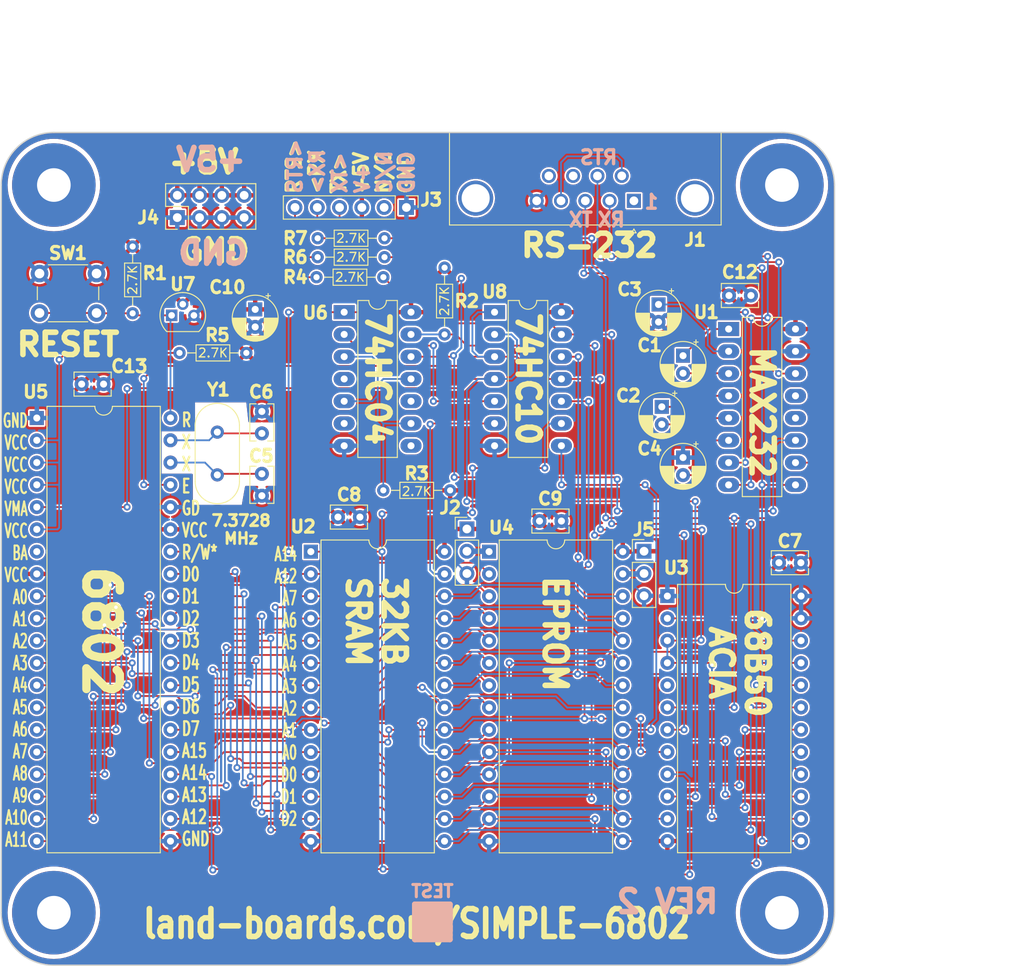
<source format=kicad_pcb>
(kicad_pcb (version 20221018) (generator pcbnew)
  (title_block (title "SIMPLE-6802") (date "2023-03-25") (rev "2") (company "land-boards.com"))
  (layers (0 "F.Cu" signal) (31 "B.Cu" signal) (34 "B.Paste" user) (35 "F.Paste" user) (36 "B.SilkS" user "B.Silkscreen") (37 "F.SilkS" user "F.Silkscreen") (38 "B.Mask" user) (39 "F.Mask" user) (44 "Edge.Cuts" user))
  (net 0 "")
  (net 1 "GND")
  (net 2 "/CPUA11")
  (net 3 "/CPUA12")
  (net 4 "/CPUA13")
  (net 5 "/CPUA14")
  (net 6 "/CPUA15")
  (net 7 "/CPUD4")
  (net 8 "/CPUD3")
  (net 9 "/CPUD5")
  (net 10 "/CPUD6")
  (net 11 "/CPUA0")
  (net 12 "/CPUA1")
  (net 13 "/CPUD2")
  (net 14 "/CPUA2")
  (net 15 "/CPUD7")
  (net 16 "/CPUA3")
  (net 17 "/CPUD0")
  (net 18 "/CPUA4")
  (net 19 "/CPUD1")
  (net 20 "/CPUA5")
  (net 21 "/CPUA6")
  (net 22 "/CPUA7")
  (net 23 "/CPUA8")
  (net 24 "/CPUA9")
  (net 25 "/CPUA10")
  (net 26 "VCC")
  (net 27 "/~{CPURESB}")
  (net 28 "Net-(C1-Pad1)")
  (net 29 "Net-(C1-Pad2)")
  (net 30 "Net-(C2-Pad1)")
  (net 31 "Net-(C2-Pad2)")
  (net 32 "Net-(C3-Pad1)")
  (net 33 "/CPUEN")
  (net 34 "/UART_RX")
  (net 35 "/UART_TX")
  (net 38 "/READ*")
  (net 39 "/WRITE*")
  (net 40 "/R1W0")
  (net 41 "/TOP16K*")
  (net 42 "/VMA")
  (net 43 "/W1R0")
  (net 45 "Net-(J1-Pad4)")
  (net 49 "Net-(C4-Pad2)")
  (net 50 "/F-TX")
  (net 51 "/F-RX")
  (net 52 "/RS_RX")
  (net 53 "/RS_TX")
  (net 54 "/RS_RTS*")
  (net 56 "Net-(C5-Pad1)")
  (net 57 "Net-(C6-Pad1)")
  (net 58 "/EE_PIN1")
  (net 59 "/EE_PIN27")
  (net 60 "Net-(R3-Pad1)")
  (net 66 "/F-RTS*")
  (net 67 "/UART_RTS*")
  (net 68 "/SER_BUSY*")
  (net 69 "Net-(U5-Pad2)")
  (footprint "Connector_Dsub:DSUB-9_Male_Horizontal_P2.77x2.84mm_EdgePinOffset4.94mm_Housed_MountingHolesOffset7.48mm" (layer "F.Cu") (at 161.277 52.4998 180)
    (fp_text reference "J1")
    (fp_text value "DB9_Male")
  )
  (footprint "Package_DIP:DIP-16_W7.62mm_LongPads" (layer "F.Cu") (at 172.077 67.1248)
    (fp_text reference "U1")
    (fp_text value "MAX232")
  )
  (footprint "Package_TO_SOT_THT:TO-92" (layer "F.Cu") (at 108.577 65.5648)
    (fp_text reference "U7")
    (fp_text value "DS1813-5")
  )
  (footprint "LandBoards_Marking:TEST_BLK-REAR" (layer "F.Cu") (at 138.303 134.747)
    (fp_text reference "TEST")
    (fp_text value "COUPON" hide)
  )
  (footprint "Capacitor_THT:C_Rect_L4.0mm_W2.5mm_P2.50mm" (layer "F.Cu") (at 130.04 88.5728 180)
    (fp_text reference "C8")
    (fp_text value "0.1uF")
  )
  (footprint "Resistor_THT:R_Axial_DIN0204_L3.6mm_D1.6mm_P7.62mm_Horizontal" (layer "F.Cu") (at 104.132 57.7118 -90)
    (fp_text reference "R1")
    (fp_text value "2.7K")
  )
  (footprint "Capacitor_THT:C_Rect_L4.0mm_W2.5mm_P2.50mm" (layer "F.Cu") (at 100.818 73.406 180)
    (fp_text reference "C13")
    (fp_text value "0.1uF")
  )
  (footprint "Resistor_THT:R_Axial_DIN0204_L3.6mm_D1.6mm_P7.62mm_Horizontal" (layer "F.Cu") (at 139.692 60.1248 -90)
    (fp_text reference "R2")
    (fp_text value "2.7K")
  )
  (footprint "LandBoards_MountHoles:MTG-6-32" (layer "F.Cu") (at 95.15 50.7)
    (fp_text reference "MTG1" hide)
    (fp_text value "MTG_HOLE" hide)
  )
  (footprint "Capacitor_THT:C_Rect_L4.0mm_W2.5mm_P2.50mm" (layer "F.Cu") (at 118.864 79.0278 90)
    (fp_text reference "C6")
    (fp_text value "8pF")
  )
  (footprint "Connector_PinHeader_2.54mm:PinHeader_1x03_P2.54mm_Vertical" (layer "F.Cu") (at 162.433 92.471)
    (fp_text reference "J5")
    (fp_text value "JUMPER, EP-27 (1X3)")
  )
  (footprint "Package_DIP:DIP-40_W15.24mm" (layer "F.Cu") (at 93.205 77.2748)
    (fp_text reference "U5")
    (fp_text value "MC68B02")
  )
  (footprint "Resistor_THT:R_Axial_DIN0204_L3.6mm_D1.6mm_P7.62mm_Horizontal" (layer "F.Cu") (at 132.715 61.214 180)
    (fp_text reference "R4")
    (fp_text value "2.7K")
  )
  (footprint "Connector_PinHeader_2.54mm:PinHeader_2x04_P2.54mm_Vertical" (layer "F.Cu") (at 109.222 54.4148 90)
    (fp_text reference "J4")
    (fp_text value "HEADER, STRT, 2X4")
  )
  (footprint "Capacitor_THT:C_Rect_L4.0mm_W2.5mm_P2.50mm" (layer "F.Cu") (at 153.015 89.027 180)
    (fp_text reference "C9")
    (fp_text value "0.1uF")
  )
  (footprint "Package_DIP:DIP-14_W7.62mm_LongPads" (layer "F.Cu") (at 145.392 65.1998)
    (fp_text reference "U8")
    (fp_text value "74HC10")
  )
  (footprint "Package_DIP:DIP-28_W15.24mm" (layer "F.Cu") (at 124.447 92.5198)
    (fp_text reference "U2")
    (fp_text value "AS6C62256-55PCN")
  )
  (footprint "Capacitor_THT:CP_Radial_D5.0mm_P2.00mm" (layer "F.Cu") (at 166.878 70.164888 -90)
    (fp_text reference "C1")
    (fp_text value "1uF")
  )
  (footprint "Capacitor_THT:C_Rect_L4.0mm_W2.5mm_P2.50mm" (layer "F.Cu") (at 118.864 83.6398 -90)
    (fp_text reference "C5")
    (fp_text value "8pF")
  )
  (footprint "Package_DIP:DIP-24_W15.24mm" (layer "F.Cu") (at 165.092 97.5848)
    (fp_text reference "U3")
    (fp_text value "MC68B50")
  )
  (footprint "Capacitor_THT:CP_Radial_D5.0mm_P2.00mm" (layer "F.Cu") (at 164.457 75.9998 -90)
    (fp_text reference "C2")
    (fp_text value "1uF")
  )
  (footprint "Capacitor_THT:C_Rect_L4.0mm_W2.5mm_P2.50mm" (layer "F.Cu") (at 174.617 63.2998 180)
    (fp_text reference "C12")
    (fp_text value "0.1uF")
  )
  (footprint "LandBoards_MountHoles:MTG-6-32" (layer "F.Cu") (at 95.15 133.7)
    (fp_text reference "MTG3" hide)
    (fp_text value "MTG_HOLE" hide)
  )
  (footprint "Connector_PinHeader_2.54mm:PinHeader_1x06_P2.54mm_Vertical" (layer "F.Cu") (at 135.342 53.2598 -90)
    (fp_text reference "J3")
    (fp_text value "HEADER, STRT, 1X6")
  )
  (footprint "Resistor_THT:R_Axial_DIN0204_L3.6mm_D1.6mm_P7.62mm_Horizontal" (layer "F.Cu") (at 132.707 85.5248)
    (fp_text reference "R3")
    (fp_text value "2.7K")
  )
  (footprint "Resistor_THT:R_Axial_DIN0204_L3.6mm_D1.6mm_P7.62mm_Horizontal" (layer "F.Cu") (at 117.094 69.85 180)
    (fp_text reference "R5")
    (fp_text value "2.7K")
  )
  (footprint "Package_DIP:DIP-28_W15.24mm" (layer "F.Cu") (at 144.767 92.5198)
    (fp_text reference "U4")
    (fp_text value "27C512")
  )
  (footprint "Button_Switch_THT:SW_PUSH_6mm_H8.5mm" (layer "F.Cu") (at 93.516 60.7958)
    (fp_text reference "SW1")
    (fp_text value "PUSHBUTTON, 6MM")
  )
  (footprint "Package_DIP:DIP-14_W7.62mm_LongPads" (layer "F.Cu") (at 128.247 65.1998)
    (fp_text reference "U6")
    (fp_text value "74HC04")
  )
  (footprint "LandBoards_MountHoles:MTG-6-32" (layer "F.Cu") (at 178.15 50.7)
    (fp_text reference "MTG4" hide)
    (fp_text value "MTG_HOLE" hide)
  )
  (footprint "Resistor_THT:R_Axial_DIN0204_L3.6mm_D1.6mm_P7.62mm_Horizontal" (layer "F.Cu") (at 132.842 56.769 180)
    (fp_text reference "R7")
    (fp_text value "2.7K")
  )
  (footprint "LandBoards_MountHoles:MTG-6-32" (layer "F.Cu") (at 178.15 133.7)
    (fp_text reference "MTG2" hide)
    (fp_text value "MTG_HOLE" hide)
  )
  (footprint "Capacitor_THT:CP_Radial_D5.0mm_P2.00mm" (layer "F.Cu") (at 118.102 64.884688 -90)
    (fp_text reference "C10")
    (fp_text value "47uF")
  )
  (footprint "Capacitor_THT:CP_Radial_D5.0mm_P2.00mm" (layer "F.Cu") (at 166.878 81.788 -90)
    (fp_text reference "C4")
    (fp_text value "1uF")
  )
  (footprint "Connector_PinHeader_2.54mm:PinHeader_1x03_P2.54mm_Vertical" (layer "F.Cu") (at 142.24 89.931)
    (fp_text reference "J2")
    (fp_text value "JUMPER, EP-1 (1X3)")
  )
  (footprint "Resistor_THT:R_Axial_DIN0204_L3.6mm_D1.6mm_P7.62mm_Horizontal" (layer "F.Cu") (at 132.842 58.928 180)
    (fp_text reference "R6")
    (fp_text value "2.7K")
  )
  (footprint "Crystal:Crystal_HC49-4H_Vertical" (layer "F.Cu") (at 113.784 78.8838 -90)
    (fp_text reference "Y1")
    (fp_text value "7.3728 MHz")
  )
  (footprint "Capacitor_THT:C_Rect_L4.0mm_W2.5mm_P2.50mm" (layer "F.Cu") (at 180.312 93.7798 180)
    (fp_text reference "C7")
    (fp_text value "0.1uF")
  )
  (footprint "Capacitor_THT:CP_Radial_D5.0mm_P2.00mm" (layer "F.Cu") (at 164.084 64.322888 -90)
    (fp_text reference "C3")
    (fp_text value "1uF")
  )
  (gr_arc (start 89.15 50.7) (mid 90.907359 46.457359) (end 95.15 44.7) (stroke (width 0.15)) (layer "Edge.Cuts"))
  (gr_line (start 89.15 133.7) (end 89.15 50.7) (stroke (width 0.15)) (layer "Edge.Cuts"))
  (gr_arc (start 95.15 139.7) (mid 90.907359 137.942641) (end 89.15 133.7) (stroke (width 0.15)) (layer "Edge.Cuts"))
  (gr_line (start 95.15 44.7) (end 178.15 44.7) (stroke (width 0.15)) (layer "Edge.Cuts"))
  (gr_line (start 178.15 139.7) (end 95.15 139.7) (stroke (width 0.15)) (layer "Edge.Cuts"))
  (gr_line (start 184.15 50.7) (end 184.15 133.7) (stroke (width 0.15)) (layer "Edge.Cuts"))
  (gr_arc (start 178.15 44.7) (mid 182.392641 46.457359) (end 184.15 50.7) (stroke (width 0.15)) (layer "Edge.Cuts"))
  (gr_arc (start 184.15 133.7) (mid 182.392641 137.942641) (end 178.15 139.7) (stroke (width 0.15)) (layer "Edge.Cuts"))
  (gr_text "RTS" (at 154.932 47.5518) (layer "B.SilkS") (effects (font (size 1.5875 1.524) (thickness 0.381)) (justify right mirror)))
  (gr_text "+5V" (at 117.34 47.8058) (layer "B.SilkS") (effects (font (size 2.54 2.54) (thickness 0.635)) (justify left mirror)))
  (gr_text "TX" (at 153.662 54.6638) (layer "B.SilkS") (effects (font (size 1.5875 1.524) (thickness 0.381)) (justify right mirror)))
  (gr_text "REV 2" (at 158.996 132.432) (layer "B.SilkS") (effects (font (size 2.54 2.54) (thickness 0.635)) (justify right mirror)))
  (gr_text "<RTS\nRX>\n<TX\n+V\nN/C\nGND" (at 129.032 51.816 90) (layer "B.SilkS") (effects (font (size 1.5875 1.524) (thickness 0.381)) (justify right mirror)))
  (gr_text "RX" (at 156.964 54.6638) (layer "B.SilkS") (effects (font (size 1.5875 1.524) (thickness 0.381)) (justify right mirror)))
  (gr_text "GND" (at 117.594 58.4738) (layer "B.SilkS") (effects (font (size 2.54 2.54) (thickness 0.635)) (justify left mirror)))
  (gr_text "1" (at 162.298 52.6318) (layer "B.SilkS") (effects (font (size 1.5875 1.524) (thickness 0.381)) (justify right mirror)))
  (gr_text "74HC10" (at 149.217 72.8248 270) (layer "F.SilkS") (effects (font (size 2.54 2.54) (thickness 0.635))))
  (gr_text "land-boards.com/SIMPLE-6802" (at 136.517 134.972) (layer "F.SilkS") (effects (font (size 3.175 2.54) (thickness 0.635))))
  (gr_text "A14\nA12\nA7\nA6\nA5\nA4\nA3\nA2\nA1\nA0\nD0\nD1\nD2" (at 123 107.9) (layer "F.SilkS") (effects (font (size 1.5621 0.9144) (thickness 0.2286)) (justify right)))
  (gr_text "GND\nVCC\nVCC\nVCC\nVMA\nVCC\nBA\nVCC\nA0\nA1\nA2\nA3\nA4\nA5\nA6\nA7\nA8\nA9\nA10\nA11" (at 92.3 101.473) (layer "F.SilkS") (effects (font (size 1.5621 0.9144) (thickness 0.2286)) (justify right)))
  (gr_text "32KB\nSRAM" (at 131.9 100.5 270) (layer "F.SilkS") (effects (font (size 2.54 2.54) (thickness 0.635))))
  (gr_text "7.3728\nMHz" (at 116.5 90) (layer "F.SilkS") (effects (font (size 1.27 1.27) (thickness 0.3175))))
  (gr_text "RS-232" (at 156.202 57.5848) (layer "F.SilkS") (effects (font (size 2.54 2.54) (thickness 0.635))))
  (gr_text "GND" (at 109.212 58.2198) (layer "F.SilkS") (effects (font (size 2.54 2.54) (thickness 0.635)) (justify left)))
  (gr_text "EPROM" (at 152.3 101.9 270) (layer "F.SilkS") (effects (font (size 2.54 2.54) (thickness 0.635))))
  (gr_text "MAX232" (at 175.887 76.6348 270) (layer "F.SilkS") (effects (font (size 2.54 2.54) (thickness 0.635))))
  (gr_text "+5V" (at 107.942 48.0598) (layer "F.SilkS") (effects (font (size 2.54 2.54) (thickness 0.635)) (justify left)))
  (gr_text "68B50\nACIA" (at 173.3 105.2 270) (layer "F.SilkS") (effects (font (size 2.54 2.54) (thickness 0.635))))
  (gr_text "R\nX\nX\nE\nGD\nVCC\nR/W*\nD0\nD1\nD2\nD3\nD4\nD5\nD6\nD7\nA15\nA14\nA13\nA12\nGND" (at 109.6 101.4) (layer "F.SilkS") (effects (font (size 1.5621 1.016) (thickness 0.254)) (justify left)))
  (gr_text "6802" (at 100.576 101.6538 270) (layer "F.SilkS") (effects (font (size 3.81 3.81) (thickness 0.9525))))
  (gr_text "RTS>\n<RX\nTX>\n+5V\nN/C\nGND" (at 128.897 51.8698 90) (layer "F.SilkS") (effects (font (size 1.5875 1.524) (thickness 0.381)) (justify left)))
  (gr_text "74HC04" (at 132.072 72.8198 270) (layer "F.SilkS") (effects (font (size 2.54 2.54) (thickness 0.635))))
  (gr_text "RESET" (at 96.766 68.8878) (layer "F.SilkS") (effects (font (size 2.54 2.54) (thickness 0.635))))
  (segment (start 161.3 96.418) (end 161.3 96.3) (width 0.2032) (layer "B.Cu") (net 1))
  (segment (start 142.24 95.011) (end 141.129 93.9) (width 0.2032) (layer "B.Cu") (net 1))
  (segment (start 142.24 95.011) (end 143.351 93.9) (width 0.2032) (layer "B.Cu") (net 1))
  (segment (start 162.433 97.551) (end 161.3 96.418) (width 0.2032) (layer "B.Cu") (net 1))
  (segment (start 93.205 125.5348) (end 102.857 125.5348) (width 0.2032) (layer "F.Cu") (net 2))
  (segment (start 133.332 105.2198) (end 132.072 106.4798) (width 0.2032) (layer "F.Cu") (net 2))
  (segment (start 139.687 105.2198) (end 133.332 105.2198) (width 0.2032) (layer "F.Cu") (net 2))
  (segment (start 113.276 105.9718) (end 121.912 105.9718) (width 0.2032) (layer "F.Cu") (net 2))
  (segment (start 121.912 105.9718) (end 122.42 106.4798) (width 0.2032) (layer "F.Cu") (net 2))
  (segment (start 104.132 124.2598) (end 113.784 124.2598) (width 0.2032) (layer "F.Cu") (net 2))
  (segment (start 132.072 106.4798) (end 122.42 106.4798) (width 0.2032) (layer "F.Cu") (net 2))
  (segment (start 102.857 125.5348) (end 104.132 124.2598) (width 0.2032) (layer "F.Cu") (net 2))
  (via (at 113.784 124.2598) (size 0.8) (drill 0.4) (layers "F.Cu" "B.Cu") (net 2))
  (via (at 113.276 105.9718) (size 0.8) (drill 0.4) (layers "F.Cu" "B.Cu") (net 2))
  (segment (start 113.784 124.2598) (end 113.784 106.4798) (width 0.2032) (layer "B.Cu") (net 2))
  (segment (start 158.727 103.9398) (end 160.007 105.2198) (width 0.2032) (layer "B.Cu") (net 2))
  (segment (start 139.687 105.2198) (end 141.5218 105.2198) (width 0.2032) (layer "B.Cu") (net 2))
  (segment (start 142.8018 103.9398) (end 158.727 103.9398) (width 0.2032) (layer "B.Cu") (net 2))
  (segment (start 113.784 106.4798) (end 113.276 105.9718) (width 0.2032) (layer "B.Cu") (net 2))
  (segment (start 141.5218 105.2198) (end 142.8018 103.9398) (width 0.2032) (layer "B.Cu") (net 2))
  (segment (start 121.145 122.9948) (end 121.404 122.7358) (width 0.2032) (layer "F.Cu") (net 3))
  (segment (start 121.404 95.3038) (end 121.648 95.0598) (width 0.2032) (layer "F.Cu") (net 3))
  (segment (start 144.767 95.0598) (end 143.487 93.7798) (width 0.2032) (layer "F.Cu") (net 3))
  (segment (start 129.796 95.0598) (end 124.447 95.0598) (width 0.2032) (layer "F.Cu") (net 3))
  (segment (start 131.076 93.7798) (end 129.796 95.0598) (width 0.2032) (layer "F.Cu") (net 3))
  (segment (start 143.487 93.7798) (end 131.076 93.7798) (width 0.2032) (layer "F.Cu") (net 3))
  (segment (start 121.648 95.0598) (end 124.447 95.0598) (width 0.2032) (layer "F.Cu") (net 3))
  (segment (start 108.445 122.9948) (end 121.145 122.9948) (width 0.2032) (layer "F.Cu") (net 3))
  (via (at 121.404 95.3038) (size 0.8) (drill 0.4) (layers "F.Cu" "B.Cu") (net 3))
  (via (at 121.404 122.7358) (size 0.8) (drill 0.4) (layers "F.Cu" "B.Cu") (net 3))
  (segment (start 121.404 122.7358) (end 121.258489 122.590289) (width 0.2032) (layer "B.Cu") (net 3))
  (segment (start 121.258489 95.449311) (end 121.404 95.3038) (width 0.2032) (layer "B.Cu") (net 3))
  (segment (start 121.258489 122.590289) (end 121.258489 95.449311) (width 0.2032) (layer "B.Cu") (net 3))
  (segment (start 120.345989 120.4548) (end 120.604989 120.1958) (width 0.2032) (layer "F.Cu") (net 4))
  (segment (start 108.445 120.4548) (end 120.345989 120.4548) (width 0.2032) (layer "F.Cu") (net 4))
  (segment (start 132.316 97.5998) (end 139.687 97.5998) (width 0.2032) (layer "F.Cu") (net 4))
  (segment (start 131.056 98.8598) (end 132.316 97.5998) (width 0.2032) (layer "F.Cu") (net 4))
  (segment (start 120.388 98.8598) (end 131.056 98.8598) (width 0.2032) (layer "F.Cu") (net 4))
  (via (at 120.388 98.8598) (size 0.8) (drill 0.4) (layers "F.Cu" "B.Cu") (net 4))
  (via (at 120.604989 120.1958) (size 0.8) (drill 0.4) (layers "F.Cu" "B.Cu") (net 4))
  (segment (start 120.604989 120.1958) (end 120.604989 99.076789) (width 0.2032) (layer "B.Cu") (net 4))
  (segment (start 139.687 97.5998) (end 142.6842 97.5998) (width 0.2032) (layer "B.Cu") (net 4))
  (segment (start 142.6842 97.5998) (end 143.9642 96.3198) (width 0.2032) (layer "B.Cu") (net 4))
  (segment (start 160.007 97.5998) (end 155.7852 97.5998) (width 0.2032) (layer "B.Cu") (net 4))
  (segment (start 155.7852 97.5998) (end 154.5052 96.3198) (width 0.2032) (layer "B.Cu") (net 4))
  (segment (start 120.604989 99.076789) (end 120.388 98.8598) (width 0.2032) (layer "B.Cu") (net 4))
  (segment (start 143.9642 96.3198) (end 154.5052 96.3198) (width 0.2032) (layer "B.Cu") (net 4))
  (segment (start 132.5615 88.2103) (end 132.707 88.0648) (width 0.2032) (layer "F.Cu") (net 5))
  (segment (start 142.8855 82.9848) (end 151.122 82.9848) (width 0.2032) (layer "F.Cu") (net 5))
  (segment (start 132.5515 92.5198) (end 132.5615 92.5098) (width 0.2032) (layer "F.Cu") (net 5))
  (segment (start 154.932 129.3398) (end 167.632 129.3398) (width 0.2032) (layer "F.Cu") (net 5))
  (segment (start 154.315511 128.723311) (end 154.932 129.3398) (width 0.2032) (layer "F.Cu") (net 5))
  (segment (start 124.447 92.5198) (end 132.5515 92.5198) (width 0.2032) (layer "F.Cu") (net 5))
  (segment (start 132.707 88.0648) (end 142.867 88.0648) (width 0.2032) (layer "F.Cu") (net 5))
  (segment (start 108.445 117.9148) (end 112.8815 117.9148) (width 0.2032) (layer "F.Cu") (net 5))
  (segment (start 132.688489 128.723311) (end 113.384489 128.723311) (width 0.2032) (layer "F.Cu") (net 5))
  (segment (start 112.8815 117.9148) (end 113.1305 118.1638) (width 0.2032) (layer "F.Cu") (net 5))
  (segment (start 132.688489 128.723311) (end 154.315511 128.723311) (width 0.2032) (layer "F.Cu") (net 5))
  (segment (start 113.384489 128.723311) (end 113.276 128.8318) (width 0.2032) (layer "F.Cu") (net 5))
  (via (at 132.5615 92.5098) (size 0.8) (drill 0.4) (layers "F.Cu" "B.Cu") (net 5))
  (via (at 142.867 88.0648) (size 0.8) (drill 0.4) (layers "F.Cu" "B.Cu") (net 5))
  (via (at 113.276 128.8318) (size 0.8) (drill 0.4) (layers "F.Cu" "B.Cu") (net 5))
  (via (at 151.122 82.9848) (size 0.8) (drill 0.4) (layers "F.Cu" "B.Cu") (net 5))
  (via (at 167.632 129.3398) (size 0.8) (drill 0.4) (layers "F.Cu" "B.Cu") (net 5))
  (via (at 113.1305 118.1638) (size 0.8) (drill 0.4) (layers "F.Cu" "B.Cu") (net 5))
  (via (at 132.5615 88.2103) (size 0.8) (drill 0.4) (layers "F.Cu" "B.Cu") (net 5))
  (via (at 142.8855 82.9848) (size 0.8) (drill 0.4) (layers "F.Cu" "B.Cu") (net 5))
  (via (at 132.688489 128.723311) (size 0.8) (drill 0.4) (layers "F.Cu" "B.Cu") (net 5))
  (segment (start 151.762 77.8998) (end 153.012 77.8998) (width 0.2032) (layer "B.Cu") (net 5))
  (segment (start 132.5615 128.596322) (end 132.688489 128.723311) (width 0.2032) (layer "B.Cu") (net 5))
  (segment (start 166.992 117.9048) (end 167.632 118.5448) (width 0.2032) (layer "B.Cu") (net 5))
  (segment (start 167.632 118.5448) (end 167.632 129.3398) (width 0.2032) (layer "B.Cu") (net 5))
  (segment (start 132.5615 92.5098) (end 132.5615 88.2103) (width 0.2032) (layer "B.Cu") (net 5))
  (segment (start 113.1305 118.1638) (end 113.1305 128.6863) (width 0.2032) (layer "B.Cu") (net 5))
  (segment (start 151.122 78.5398) (end 151.762 77.8998) (width 0.2032) (layer "B.Cu") (net 5))
  (segment (start 142.867 88.0648) (end 142.885511 88.046289) (width 0.2032) (layer "B.Cu") (net 5))
  (segment (start 151.122 82.9848) (end 151.122 78.5398) (width 0.2032) (layer "B.Cu") (net 5))
  (segment (start 165.092 117.9048) (end 166.992 117.9048) (width 0.2032) (layer "B.Cu") (net 5))
  (segment (start 132.5615 92.5098) (end 132.5615 128.596322) (width 0.2032) (layer "B.Cu") (net 5))
  (segment (start 113.1305 128.6863) (end 113.276 128.8318) (width 0.2032) (layer "B.Cu") (net 5))
  (segment (start 142.885511 82.984811) (end 142.8855 82.9848) (width 0.2032) (layer "B.Cu") (net 5))
  (segment (start 142.885511 88.046289) (end 142.885511 82.984811) (width 0.2032) (layer "B.Cu") (net 5))
  (segment (start 133.215 114.2453) (end 126.6295 114.2453) (width 0.2032) (layer "F.Cu") (net 6))
  (segment (start 133.352 112.8398) (end 139.687 112.8398) (width 0.2032) (layer "F.Cu") (net 6))
  (segment (start 108.445 115.3748) (end 113.017 115.3748) (width 0.2032) (layer "F.Cu") (net 6))
  (segment (start 162.052 115.316) (end 162.1008 115.3648) (width 0.2032) (layer "F.Cu") (net 6))
  (segment (start 156.108392 75.3648) (end 156.103392 75.3598) (width 0.2032) (layer "F.Cu") (net 6))
  (segment (start 157.5532 111.5598) (end 162.052 111.5598) (width 0.2032) (layer "F.Cu") (net 6))
  (segment (start 155.6482 111.5598) (end 155.6482 94.4148) (width 0.2032) (layer "F.Cu") (net 6))
  (segment (start 126.6295 114.2453) (end 126.484 114.0998) (width 0.2032) (layer "F.Cu") (net 6))
  (segment (start 155.6482 94.4148) (end 156.083 93.98) (width 0.2032) (layer "F.Cu") (net 6))
  (segment (start 113.017 115.3748) (end 114.292 114.0998) (width 0.2032) (layer "F.Cu") (net 6))
  (segment (start 133.352 112.8398) (end 133.342 112.8298) (width 0.2032) (layer "F.Cu") (net 6))
  (segment (start 126.484 114.0998) (end 114.292 114.0998) (width 0.2032) (layer "F.Cu") (net 6))
  (segment (start 156.103392 75.3598) (end 153.012 75.3598) (width 0.2032) (layer "F.Cu") (net 6))
  (segment (start 162.1008 115.3648) (end 165.092 115.3648) (width 0.2032) (layer "F.Cu") (net 6))
  (via (at 133.342 112.8298) (size 0.8) (drill 0.4) (layers "F.Cu" "B.Cu") (net 6))
  (via (at 162.052 115.316) (size 0.8) (drill 0.4) (layers "F.Cu" "B.Cu") (net 6))
  (via (at 162.052 111.5598) (size 0.8) (drill 0.4) (layers "F.Cu" "B.Cu") (net 6))
  (via (at 156.083 93.98) (size 0.8) (drill 0.4) (layers "F.Cu" "B.Cu") (net 6))
  (via (at 156.108392 75.3648) (size 0.8) (drill 0.4) (layers "F.Cu" "B.Cu") (net 6))
  (via (at 157.5532 111.5598) (size 0.8) (drill 0.4) (layers "F.Cu" "B.Cu") (net 6))
  (via (at 133.215 114.2453) (size 0.8) (drill 0.4) (layers "F.Cu" "B.Cu") (net 6))
  (via (at 155.6482 111.5598) (size 0.8) (drill 0.4) (layers "F.Cu" "B.Cu") (net 6))
  (segment (start 156.108392 93.954608) (end 156.083 93.98) (width 0.2032) (layer "B.Cu") (net 6))
  (segment (start 162.052 111.5598) (end 162.052 115.316) (width 0.2032) (layer "B.Cu") (net 6))
  (segment (start 142.9482 111.5598) (end 155.6482 111.5598) (width 0.2032) (layer "B.Cu") (net 6))
  (segment (start 141.6682 112.8398) (end 142.9482 111.5598) (width 0.2032) (layer "B.Cu") (net 6))
  (segment (start 133.342 112.8298) (end 133.342 114.1183) (width 0.2032) (layer "B.Cu") (net 6))
  (segment (start 133.342 114.1183) (end 133.215 114.2453) (width 0.2032) (layer "B.Cu") (net 6))
  (segment (start 155.6482 111.5598) (end 157.5532 111.5598) (width 0.2032) (layer "B.Cu") (net 6))
  (segment (start 156.108392 75.3648) (end 156.108392 93.954608) (width 0.2032) (layer "B.Cu") (net 6))
  (segment (start 139.687 112.8398) (end 141.6682 112.8398) (width 0.2032) (layer "B.Cu") (net 6))
  (segment (start 161.272 122.9998) (end 162.552 121.7198) (width 0.2032) (layer "F.Cu") (net 7))
  (segment (start 139.687 122.9998) (end 133.86 122.9998) (width 0.2032) (layer "F.Cu") (net 7))
  (segment (start 117.9515 105.2148) (end 108.445 105.2148) (width 0.2032) (layer "F.Cu") (net 7))
  (segment (start 122.42 121.2118) (end 118.2105 121.2118) (width 0.2032) (layer "F.Cu") (net 7))
  (segment (start 122.928 121.7198) (end 132.58 121.7198) (width 0.2032) (layer "F.Cu") (net 7))
  (segment (start 118.2105 104.9558) (end 117.9515 105.2148) (width 0.2032) (layer "F.Cu") (net 7))
  (segment (start 122.928 121.7198) (end 122.42 121.2118) (width 0.2032) (layer "F.Cu") (net 7))
  (segment (start 133.86 122.9998) (end 132.58 121.7198) (width 0.2032) (layer "F.Cu") (net 7))
  (segment (start 173.95 112.8248) (end 180.332 112.8248) (width 0.2032) (layer "F.Cu") (net 7))
  (segment (start 160.007 122.9998) (end 161.272 122.9998) (width 0.2032) (layer "F.Cu") (net 7))
  (segment (start 162.552 121.7198) (end 173.945 121.7198) (width 0.2032) (layer "F.Cu") (net 7))
  (segment (start 173.945 112.8298) (end 173.95 112.8248) (width 0.2032) (layer "F.Cu") (net 7))
  (via (at 118.2105 121.2118) (size 0.8) (drill 0.4) (layers "F.Cu" "B.Cu") (net 7))
  (via (at 118.2105 104.9558) (size 0.8) (drill 0.4) (layers "F.Cu" "B.Cu") (net 7))
  (via (at 173.945 121.7198) (size 0.8) (drill 0.4) (layers "F.Cu" "B.Cu") (net 7))
  (via (at 173.945 112.8298) (size 0.8) (drill 0.4) (layers "F.Cu" "B.Cu") (net 7))
  (segment (start 158.727 121.7198) (end 160.007 122.9998) (width 0.2032) (layer "B.Cu") (net 7))
  (segment (start 118.2105 121.2118) (end 118.2105 104.9558) (width 0.2032) (layer "B.Cu") (net 7))
  (segment (start 173.945 121.7198) (end 173.945 112.8298) (width 0.2032) (layer "B.Cu") (net 7))
  (segment (start 139.687 122.9998) (end 141.5218 122.9998) (width 0.2032) (layer "B.Cu") (net 7))
  (segment (start 142.8018 121.7198) (end 158.727 121.7198) (width 0.2032) (layer "B.Cu") (net 7))
  (segment (start 141.5218 122.9998) (end 142.8018 121.7198) (width 0.2032) (layer "B.Cu") (net 7))
  (segment (start 125.976 124.2598) (end 119.88 124.2598) (width 0.2032) (layer "F.Cu") (net 8))
  (segment (start 174.5985 110.2898) (end 174.6035 110.2848) (width 0.2032) (layer "F.Cu") (net 8))
  (segment (start 174.6035 110.2848) (end 180.332 110.2848) (width 0.2032) (layer "F.Cu") (net 8))
  (segment (start 119.621 102.6748) (end 119.88 102.4158) (width 0.2032) (layer "F.Cu") (net 8))
  (segment (start 163.187 124.2598) (end 174.5985 124.2598) (width 0.2032) (layer "F.Cu") (net 8))
  (segment (start 127.256 125.5398) (end 125.976 124.2598) (width 0.2032) (layer "F.Cu") (net 8))
  (segment (start 161.907 125.5398) (end 163.187 124.2598) (width 0.2032) (layer "F.Cu") (net 8))
  (segment (start 139.687 125.5398) (end 127.256 125.5398) (width 0.2032) (layer "F.Cu") (net 8))
  (segment (start 160.007 125.5398) (end 161.907 125.5398) (width 0.2032) (layer "F.Cu") (net 8))
  (segment (start 108.445 102.6748) (end 119.621 102.6748) (width 0.2032) (layer "F.Cu") (net 8))
  (via (at 119.88 102.4158) (size 0.8) (drill 0.4) (layers "F.Cu" "B.Cu") (net 8))
  (via (at 119.88 124.2598) (size 0.8) (drill 0.4) (layers "F.Cu" "B.Cu") (net 8))
  (via (at 174.5985 124.2598) (size 0.8) (drill 0.4) (layers "F.Cu" "B.Cu") (net 8))
  (via (at 174.5985 110.2898) (size 0.8) (drill 0.4) (layers "F.Cu" "B.Cu") (net 8))
  (segment (start 119.88 124.2598) (end 119.88 102.4158) (width 0.2032) (layer "B.Cu") (net 8))
  (segment (start 142.5672 124.2598) (end 158.727 124.2598) (width 0.2032) (layer "B.Cu") (net 8))
  (segment (start 141.2872 125.5398) (end 142.5672 124.2598) (width 0.2032) (layer "B.Cu") (net 8))
  (segment (start 174.5985 124.2598) (end 174.5985 110.2898) (width 0.2032) (layer "B.Cu") (net 8))
  (segment (start 139.687 125.5398) (end 141.2872 125.5398) (width 0.2032) (layer "B.Cu") (net 8))
  (segment (start 158.727 124.2598) (end 160.007 125.5398) (width 0.2032) (layer "B.Cu") (net 8))
  (segment (start 117.557 118.1638) (end 121.912 118.1638) (width 0.2032) (layer "F.Cu") (net 9))
  (segment (start 173.2965 115.3648) (end 180.332 115.3648) (width 0.2032) (layer "F.Cu") (net 9))
  (segment (start 173.2915 115.3698) (end 173.2965 115.3648) (width 0.2032) (layer "F.Cu") (net 9))
  (segment (start 122.928 119.1798) (end 132.58 119.1798) (width 0.2032) (layer "F.Cu") (net 9))
  (segment (start 132.58 119.1798) (end 133.86 120.4598) (width 0.2032) (layer "F.Cu") (net 9))
  (segment (start 133.86 120.4598) (end 139.687 120.4598) (width 0.2032) (layer "F.Cu") (net 9))
  (segment (start 161.287 119.1798) (end 173.2915 119.1798) (width 0.2032) (layer "F.Cu") (net 9))
  (segment (start 117.34 107.4958) (end 117.081 107.7548) (width 0.2032) (layer "F.Cu") (net 9))
  (segment (start 161.282 119.1848) (end 161.287 119.1798) (width 0.2032) (layer "F.Cu") (net 9))
  (segment (start 160.007 120.4598) (end 161.282 119.1848) (width 0.2032) (layer "F.Cu") (net 9))
  (segment (start 121.912 118.1638) (end 122.928 119.1798) (width 0.2032) (layer "F.Cu") (net 9))
  (segment (start 117.081 107.7548) (end 108.445 107.7548) (width 0.2032) (layer "F.Cu") (net 9))
  (via (at 117.557 118.1638) (size 0.8) (drill 0.4) (layers "F.Cu" "B.Cu") (net 9))
  (via (at 173.2915 115.3698) (size 0.8) (drill 0.4) (layers "F.Cu" "B.Cu") (net 9))
  (via (at 173.2915 119.1798) (size 0.8) (drill 0.4) (layers "F.Cu" "B.Cu") (net 9))
  (via (at 117.34 107.4958) (size 0.8) (drill 0.4) (layers "F.Cu" "B.Cu") (net 9))
  (segment (start 117.557 118.1638) (end 117.557 107.7128) (width 0.2032) (layer "B.Cu") (net 9))
  (segment (start 139.687 120.4598) (end 141.6682 120.4598) (width 0.2032) (layer "B.Cu") (net 9))
  (segment (start 173.2915 119.1798) (end 173.2915 115.3698) (width 0.2032) (layer "B.Cu") (net 9))
  (segment (start 158.742 119.1798) (end 158.742 119.1948) (width 0.2032) (layer "B.Cu") (net 9))
  (segment (start 117.557 107.7128) (end 117.34 107.4958) (width 0.2032) (layer "B.Cu") (net 9))
  (segment (start 141.6682 120.4598) (end 142.9482 119.1798) (width 0.2032) (layer "B.Cu") (net 9))
  (segment (start 142.9482 119.1798) (end 158.742 119.1798) (width 0.2032) (layer "B.Cu") (net 9))
  (segment (start 158.742 119.1948) (end 160.007 120.4598) (width 0.2032) (layer "B.Cu") (net 9))
  (segment (start 133.86 117.9198) (end 132.58 116.6398) (width 0.2032) (layer "F.Cu") (net 10))
  (segment (start 109.471 110.2948) (end 110.228 111.0518) (width 0.2032) (layer "F.Cu") (net 10))
  (segment (start 179.067 116.6398) (end 180.332 117.9048) (width 0.2032) (layer "F.Cu") (net 10))
  (segment (start 110.228 111.0518) (end 114.292 111.0518) (width 0.2032) (layer "F.Cu") (net 10))
  (segment (start 116.832 116.6398) (end 116.324 116.1318) (width 0.2032) (layer "F.Cu") (net 10))
  (segment (start 161.287 116.6398) (end 179.067 116.6398) (width 0.2032) (layer "F.Cu") (net 10))
  (segment (start 160.007 117.9198) (end 161.287 116.6398) (width 0.2032) (layer "F.Cu") (net 10))
  (segment (start 108.445 110.2948) (end 109.471 110.2948) (width 0.2032) (layer "F.Cu") (net 10))
  (segment (start 116.324 116.1318) (end 115.308 116.1318) (width 0.2032) (layer "F.Cu") (net 10))
  (segment (start 132.58 116.6398) (end 116.832 116.6398) (width 0.2032) (layer "F.Cu") (net 10))
  (segment (start 139.687 117.9198) (end 133.86 117.9198) (width 0.2032) (layer "F.Cu") (net 10))
  (segment (start 114.292 111.0518) (end 115.308 110.0358) (width 0.2032) (layer "F.Cu") (net 10))
  (via (at 115.308 110.0358) (size 0.8) (drill 0.4) (layers "F.Cu" "B.Cu") (net 10))
  (via (at 115.308 116.1318) (size 0.8) (drill 0.4) (layers "F.Cu" "B.Cu") (net 10))
  (segment (start 142.6942 116.6398) (end 158.727 116.6398) (width 0.2032) (layer "B.Cu") (net 10))
  (segment (start 158.727 116.6398) (end 160.007 117.9198) (width 0.2032) (layer "B.Cu") (net 10))
  (segment (start 115.308 110.0358) (end 115.308 116.1318) (width 0.2032) (layer "B.Cu") (net 10))
  (segment (start 139.687 117.9198) (end 141.4142 117.9198) (width 0.2032) (layer "B.Cu") (net 10))
  (segment (start 141.4142 117.9198) (end 142.6942 116.6398) (width 0.2032) (layer "B.Cu") (net 10))
  (segment (start 162.557 122.9848) (end 161.282 124.2598) (width 0.2032) (layer "F.Cu") (net 11))
  (segment (start 124.447 115.3798) (end 132.062 115.3798) (width 0.2032) (layer "F.Cu") (net 11))
  (segment (start 143.507 116.6398) (end 144.767 115.3798) (width 0.2032) (layer "F.Cu") (net 11))
  (segment (start 158.742 124.2598) (end 158.107 123.6248) (width 0.2032) (layer "F.Cu") (net 11))
  (segment (start 93.205 97.5948) (end 106.032 97.5948) (width 0.2032) (layer "F.Cu") (net 11))
  (segment (start 158.107 115.3898) (end 158.097 115.3798) (width 0.2032) (layer "F.Cu") (net 11))
  (segment (start 165.092 122.9848) (end 162.557 122.9848) (width 0.2032) (layer "F.Cu") (net 11))
  (segment (start 133.322 116.6398) (end 143.507 116.6398) (width 0.2032) (layer "F.Cu") (net 11))
  (segment (start 106.037 116.6398) (end 113.276 116.6398) (width 0.2032) (layer "F.Cu") (net 11))
  (segment (start 132.062 115.3798) (end 133.322 116.6398) (width 0.2032) (layer "F.Cu") (net 11))
  (segment (start 113.276 116.6398) (end 114.536 115.3798) (width 0.2032) (layer "F.Cu") (net 11))
  (segment (start 161.282 124.2598) (end 158.742 124.2598) (width 0.2032) (layer "F.Cu") (net 11))
  (segment (start 106.032 97.5948) (end 106.037 97.5898) (width 0.2032) (layer "F.Cu") (net 11))
  (segment (start 158.107 123.6248) (end 158.107 115.3898) (width 0.2032) (layer "F.Cu") (net 11))
  (segment (start 114.536 115.3798) (end 124.447 115.3798) (width 0.2032) (layer "F.Cu") (net 11))
  (via (at 106.037 116.6398) (size 0.8) (drill 0.4) (layers "F.Cu" "B.Cu") (net 11))
  (via (at 106.037 97.5898) (size 0.8) (drill 0.4) (layers "F.Cu" "B.Cu") (net 11))
  (via (at 158.097 115.3798) (size 0.8) (drill 0.4) (layers "F.Cu" "B.Cu") (net 11))
  (segment (start 144.767 115.3798) (end 158.097 115.3798) (width 0.2032) (layer "B.Cu") (net 11))
  (segment (start 106.037 97.5898) (end 106.037 116.6398) (width 0.2032) (layer "B.Cu") (net 11))
  (segment (start 121.8735 111.5413) (end 123.172 112.8398) (width 0.2032) (layer "F.Cu") (net 12))
  (segment (start 138.168 113.5918) (end 138.676 114.0998) (width 0.2032) (layer "F.Cu") (net 12))
  (segment (start 132.814 113.5918) (end 138.168 113.5918) (width 0.2032) (layer "F.Cu") (net 12))
  (segment (start 124.447 112.8398) (end 132.062 112.8398) (width 0.2032) (layer "F.Cu") (net 12))
  (segment (start 132.062 112.8398) (end 132.814 113.5918) (width 0.2032) (layer "F.Cu") (net 12))
  (segment (start 143.507 114.0998) (end 144.767 112.8398) (width 0.2032) (layer "F.Cu") (net 12))
  (segment (start 93.205 100.1348) (end 95.247 100.1348) (width 0.2032) (layer "F.Cu") (net 12))
  (segment (start 105.148 99.5133) (end 95.8685 99.5133) (width 0.2032) (layer "F.Cu") (net 12))
  (segment (start 95.8685 99.5133) (end 95.247 100.1348) (width 0.2032) (layer "F.Cu") (net 12))
  (segment (start 105.3835 111.5413) (end 121.8735 111.5413) (width 0.2032) (layer "F.Cu") (net 12))
  (segment (start 138.676 114.0998) (end 143.507 114.0998) (width 0.2032) (layer "F.Cu") (net 12))
  (segment (start 123.172 112.8398) (end 124.447 112.8398) (width 0.2032) (layer "F.Cu") (net 12))
  (via (at 105.3835 111.5413) (size 0.8) (drill 0.4) (layers "F.Cu" "B.Cu") (net 12))
  (via (at 105.148 99.5133) (size 0.8) (drill 0.4) (layers "F.Cu" "B.Cu") (net 12))
  (segment (start 105.3835 111.5413) (end 105.3835 99.7488) (width 0.2032) (layer "B.Cu") (net 12))
  (segment (start 105.3835 99.7488) (end 105.148 99.5133) (width 0.2032) (layer "B.Cu") (net 12))
  (segment (start 132.336 122.9998) (end 133.596 124.2598) (width 0.2032) (layer "F.Cu") (net 13))
  (segment (start 113.266 99.3678) (end 114.033 100.1348) (width 0.2032) (layer "F.Cu") (net 13))
  (segment (start 133.596 124.2598) (end 143.507 124.2598) (width 0.2032) (layer "F.Cu") (net 13))
  (segment (start 175.257 107.7448) (end 180.332 107.7448) (width 0.2032) (layer "F.Cu") (net 13))
  (segment (start 118.605 100.1348) (end 114.033 100.1348) (width 0.2032) (layer "F.Cu") (net 13))
  (segment (start 175.233489 128.051289) (end 175.252 128.0698) (width 0.2032) (layer "F.Cu") (net 13))
  (segment (start 175.252 107.7498) (end 175.257 107.7448) (width 0.2032) (layer "F.Cu") (net 13))
  (segment (start 108.445 100.1348) (end 109.212 99.3678) (width 0.2032) (layer "F.Cu") (net 13))
  (segment (start 122.274489 122.082289) (end 123.192 122.9998) (width 0.2032) (layer "F.Cu") (net 13))
  (segment (start 156.837 122.9898) (end 156.837 128.0698) (width 0.2032) (layer "F.Cu") (net 13))
  (segment (start 118.864 122.2278) (end 119.009511 122.082289) (width 0.2032) (layer "F.Cu") (net 13))
  (segment (start 143.507 124.2598) (end 144.767 122.9998) (width 0.2032) (layer "F.Cu") (net 13))
  (segment (start 109.212 99.3678) (end 113.266 99.3678) (width 0.2032) (layer "F.Cu") (net 13))
  (segment (start 124.447 122.9998) (end 123.192 122.9998) (width 0.2032) (layer "F.Cu") (net 13))
  (segment (start 118.864 99.8758) (end 118.605 100.1348) (width 0.2032) (layer "F.Cu") (net 13))
  (segment (start 119.009511 122.082289) (end 122.274489 122.082289) (width 0.2032) (layer "F.Cu") (net 13))
  (segment (start 156.837 128.0698) (end 156.855511 128.051289) (width 0.2032) (layer "F.Cu") (net 13))
  (segment (start 156.855511 128.051289) (end 175.233489 128.051289) (width 0.2032) (layer "F.Cu") (net 13))
  (segment (start 124.447 122.9998) (end 132.336 122.9998) (width 0.2032) (layer "F.Cu") (net 13))
  (via (at 175.252 107.7498) (size 0.8) (drill 0.4) (layers "F.Cu" "B.Cu") (net 13))
  (via (at 118.864 122.2278) (size 0.8) (drill 0.4) (layers "F.Cu" "B.Cu") (net 13))
  (via (at 175.252 128.0698) (size 0.8) (drill 0.4) (layers "F.Cu" "B.Cu") (net 13))
  (via (at 156.837 122.9898) (size 0.8) (drill 0.4) (layers "F.Cu" "B.Cu") (net 13))
  (via (at 118.864 99.8758) (size 0.8) (drill 0.4) (layers "F.Cu" "B.Cu") (net 13))
  (segment (start 118.864 122.2278) (end 118.864 99.8758) (width 0.2032) (layer "B.Cu") (net 13))
  (segment (start 175.252 128.0698) (end 175.252 107.7498) (width 0.2032) (layer "B.Cu") (net 13))
  (segment (start 156.827 122.9998) (end 156.837 122.9898) (width 0.2032) (layer "B.Cu") (net 13))
  (segment (start 144.767 122.9998) (end 156.827 122.9998) (width 0.2032) (layer "B.Cu") (net 13))
  (segment (start 110.228 110.0358) (end 113.784 110.0358) (width 0.2032) (layer "F.Cu") (net 14))
  (segment (start 124.447 110.2998) (end 132.062 110.2998) (width 0.2032) (layer "F.Cu") (net 14))
  (segment (start 93.205 102.6748) (end 104.725 102.6748) (width 0.2032) (layer "F.Cu") (net 14))
  (segment (start 143.487 109.0198) (end 144.767 110.2998) (width 0.2032) (layer "F.Cu") (net 14))
  (segment (start 104.725 102.6748) (end 104.73 102.6698) (width 0.2032) (layer "F.Cu") (net 14))
  (segment (start 113.784 110.0358) (end 114.837 108.9828) (width 0.2032) (layer "F.Cu") (net 14))
  (segment (start 104.73 108.9828) (end 109.175 108.9828) (width 0.2032) (layer "F.Cu") (net 14))
  (segment (start 114.837 108.9828) (end 116.869 108.9828) (width 0.2032) (layer "F.Cu") (net 14))
  (segment (start 132.062 110.2998) (end 133.342 109.0198) (width 0.2032) (layer "F.Cu") (net 14))
  (segment (start 133.342 109.0198) (end 143.487 109.0198) (width 0.2032) (layer "F.Cu") (net 14))
  (segment (start 109.175 108.9828) (end 110.228 110.0358) (width 0.2032) (layer "F.Cu") (net 14))
  (segment (start 118.186 110.2998) (end 116.869 108.9828) (width 0.2032) (layer "F.Cu") (net 14))
  (segment (start 124.447 110.2998) (end 118.186 110.2998) (width 0.2032) (layer "F.Cu") (net 14))
  (via (at 104.73 108.9828) (size 0.8) (drill 0.4) (layers "F.Cu" "B.Cu") (net 14))
  (via (at 104.73 102.6698) (size 0.8) (drill 0.4) (layers "F.Cu" "B.Cu") (net 14))
  (segment (start 104.73 102.6698) (end 104.73 108.9828) (width 0.2032) (layer "B.Cu") (net 14))
  (segment (start 125.976 112.0678) (end 137.152 112.0678) (width 0.2032) (layer "F.Cu") (net 15))
  (segment (start 171.945 120.4448) (end 171.696 120.1958) (width 0.2032) (layer "F.Cu") (net 15))
  (segment (start 108.445 112.8348) (end 121.663 112.8348) (width 0.2032) (layer "F.Cu") (net 15))
  (segment (start 121.663 112.8348) (end 121.912 113.0838) (width 0.2032) (layer "F.Cu") (net 15))
  (segment (start 161.287 114.0998) (end 160.007 115.3798) (width 0.2032) (layer "F.Cu") (net 15))
  (segment (start 180.332 120.4448) (end 171.945 120.4448) (width 0.2032) (layer "F.Cu") (net 15))
  (segment (start 171.696 114.0998) (end 161.287 114.0998) (width 0.2032) (layer "F.Cu") (net 15))
  (via (at 125.976 112.0678) (size 0.8) (drill 0.4) (layers "F.Cu" "B.Cu") (net 15))
  (via (at 121.912 113.0838) (size 0.8) (drill 0.4) (layers "F.Cu" "B.Cu") (net 15))
  (via (at 137.152 112.0678) (size 0.8) (drill 0.4) (layers "F.Cu" "B.Cu") (net 15))
  (via (at 171.696 114.0998) (size 0.8) (drill 0.4) (layers "F.Cu" "B.Cu") (net 15))
  (via (at 171.696 120.1958) (size 0.8) (drill 0.4) (layers "F.Cu" "B.Cu") (net 15))
  (segment (start 142.6942 114.0998) (end 158.727 114.0998) (width 0.2032) (layer "B.Cu") (net 15))
  (segment (start 123.436 111.5598) (end 125.468 111.5598) (width 0.2032) (layer "B.Cu") (net 15))
  (segment (start 139.687 115.3798) (end 141.4142 115.3798) (width 0.2032) (layer "B.Cu") (net 15))
  (segment (start 141.4142 115.3798) (end 142.6942 114.0998) (width 0.2032) (layer "B.Cu") (net 15))
  (segment (start 137.152 112.0678) (end 137.152 114.6078) (width 0.2032) (layer "B.Cu") (net 15))
  (segment (start 171.696 120.1958) (end 171.696 114.0998) (width 0.2032) (layer "B.Cu") (net 15))
  (segment (start 137.152 114.6078) (end 137.924 115.3798) (width 0.2032) (layer "B.Cu") (net 15))
  (segment (start 125.468 111.5598) (end 125.976 112.0678) (width 0.2032) (layer "B.Cu") (net 15))
  (segment (start 158.727 114.0998) (end 160.007 115.3798) (width 0.2032) (layer "B.Cu") (net 15))
  (segment (start 121.912 113.0838) (end 123.436 111.5598) (width 0.2032) (layer "B.Cu") (net 15))
  (segment (start 137.924 115.3798) (end 139.687 115.3798) (width 0.2032) (layer "B.Cu") (net 15))
  (segment (start 132.062 107.7598) (end 133.342 106.4798) (width 0.2032) (layer "F.Cu") (net 16))
  (segment (start 115.8715 106.4243) (end 120.8405 106.4243) (width 0.2032) (layer "F.Cu") (net 16))
  (segment (start 110.736 106.9878) (end 115.308 106.9878) (width 0.2032) (layer "F.Cu") (net 16))
  (segment (start 104.0765 106.4243) (end 110.2835 106.4243) (width 0.2032) (layer "F.Cu") (net 16))
  (segment (start 110.2835 106.5353) (end 110.736 106.9878) (width 0.2032) (layer "F.Cu") (net 16))
  (segment (start 104.0715 105.2148) (end 104.0765 105.2098) (width 0.2032) (layer "F.Cu") (net 16))
  (segment (start 133.342 106.4798) (end 143.487 106.4798) (width 0.2032) (layer "F.Cu") (net 16))
  (segment (start 110.2835 106.4243) (end 110.2835 106.5353) (width 0.2032) (layer "F.Cu") (net 16))
  (segment (start 122.176 107.7598) (end 124.447 107.7598) (width 0.2032) (layer "F.Cu") (net 16))
  (segment (start 115.308 106.9878) (end 115.8715 106.4243) (width 0.2032) (layer "F.Cu") (net 16))
  (segment (start 93.205 105.2148) (end 104.0715 105.2148) (width 0.2032) (layer "F.Cu") (net 16))
  (segment (start 120.8405 106.4243) (end 122.176 107.7598) (width 0.2032) (layer "F.Cu") (net 16))
  (segment (start 124.447 107.7598) (end 132.062 107.7598) (width 0.2032) (layer "F.Cu") (net 16))
  (segment (start 143.487 106.4798) (end 144.767 107.7598) (width 0.2032) (layer "F.Cu") (net 16))
  (via (at 104.0765 106.4243) (size 0.8) (drill 0.4) (layers "F.Cu" "B.Cu") (net 16))
  (via (at 104.0765 105.2098) (size 0.8) (drill 0.4) (layers "F.Cu" "B.Cu") (net 16))
  (segment (start 104.0765 105.2098) (end 104.0765 106.4243) (width 0.2032) (layer "B.Cu") (net 16))
  (segment (start 121.912 117.1478) (end 116.032989 117.1478) (width 0.2032) (layer "F.Cu") (net 17))
  (segment (start 124.447 117.9198) (end 122.684 117.9198) (width 0.2032) (layer "F.Cu") (net 17))
  (segment (start 143.492 117.9198) (end 142.232 119.1798) (width 0.2032) (layer "F.Cu") (net 17))
  (segment (start 125.468 117.4018) (end 124.95 117.9198) (width 0.2032) (layer "F.Cu") (net 17))
  (segment (start 142.232 119.1798) (end 134.104 119.1798) (width 0.2032) (layer "F.Cu") (net 17))
  (segment (start 115.816 94.7958) (end 115.557 95.0548) (width 0.2032) (layer "F.Cu") (net 17))
  (segment (start 122.684 117.9198) (end 121.912 117.1478) (width 0.2032) (layer "F.Cu") (net 17))
  (segment (start 180.332 102.6648) (end 172.209 102.6648) (width 0.2032) (layer "F.Cu") (net 17))
  (segment (start 147.058 115.6288) (end 144.767 117.9198) (width 0.2032) (layer "F.Cu") (net 17))
  (segment (start 172.209 102.6648) (end 170.934 103.9398) (width 0.2032) (layer "F.Cu") (net 17))
  (segment (start 147.058 105.2098) (end 147.058 115.6288) (width 0.2032) (layer "F.Cu") (net 17))
  (segment (start 115.557 95.0548) (end 108.445 95.0548) (width 0.2032) (layer "F.Cu") (net 17))
  (segment (start 144.767 117.9198) (end 143.492 117.9198) (width 0.2032) (layer "F.Cu") (net 17))
  (segment (start 158.742 103.9398) (end 170.934 103.9398) (width 0.2032) (layer "F.Cu") (net 17))
  (segment (start 158.742 103.9398) (end 157.472 105.2098) (width 0.2032) (layer "F.Cu") (net 17))
  (segment (start 132.326 117.4018) (end 125.468 117.4018) (width 0.2032) (layer "F.Cu") (net 17))
  (segment (start 134.104 119.1798) (end 132.326 117.4018) (width 0.2032) (layer "F.Cu") (net 17))
  (via (at 157.472 105.2098) (size 0.8) (drill 0.4) (layers "F.Cu" "B.Cu") (net 17))
  (via (at 147.058 105.2098) (size 0.8) (drill 0.4) (layers "F.Cu" "B.Cu") (net 17))
  (via (at 116.032989 117.1478) (size 0.8) (drill 0.4) (layers "F.Cu" "B.Cu") (net 17))
  (via (at 115.816 94.7958) (size 0.8) (drill 0.4) (layers "F.Cu" "B.Cu") (net 17))
  (segment (start 157.472 105.2098) (end 147.058 105.2098) (width 0.2032) (layer "B.Cu") (net 17))
  (segment (start 116.032989 117.1478) (end 116.032989 95.012789) (width 0.2032) (layer "B.Cu") (net 17))
  (segment (start 116.032989 95.012789) (end 115.816 94.7958) (width 0.2032) (layer "B.Cu") (net 17))
  (segment (start 122.684 105.2198) (end 121.766489 104.302289) (width 0.2032) (layer "F.Cu") (net 18))
  (segment (start 110.590489 104.302289) (end 110.228 103.9398) (width 0.2032) (layer "F.Cu") (net 18))
  (segment (start 93.205 107.7548) (end 103.492 107.7548) (width 0.2032) (layer "F.Cu") (net 18))
  (segment (start 133.342 103.9398) (end 143.487 103.9398) (width 0.2032) (layer "F.Cu") (net 18))
  (segment (start 124.447 105.2198) (end 132.062 105.2198) (width 0.2032) (layer "F.Cu") (net 18))
  (segment (start 143.487 103.9398) (end 144.767 105.2198) (width 0.2032) (layer "F.Cu") (net 18))
  (segment (start 103.492 107.7548) (end 103.497 107.7498) (width 0.2032) (layer "F.Cu") (net 18))
  (segment (start 132.062 105.2198) (end 133.342 103.9398) (width 0.2032) (layer "F.Cu") (net 18))
  (segment (start 110.228 103.9398) (end 103.497 103.9398) (width 0.2032) (layer "F.Cu") (net 18))
  (segment (start 121.766489 104.302289) (end 110.590489 104.302289) (width 0.2032) (layer "F.Cu") (net 18))
  (segment (start 124.447 105.2198) (end 122.684 105.2198) (width 0.2032) (layer "F.Cu") (net 18))
  (via (at 103.497 107.7498) (size 0.8) (drill 0.4) (layers "F.Cu" "B.Cu") (net 18))
  (via (at 103.497 103.9398) (size 0.8) (drill 0.4) (layers "F.Cu" "B.Cu") (net 18))
  (segment (start 103.422989 107.675789) (end 103.422989 104.013811) (width 0.2032) (layer "B.Cu") (net 18))
  (segment (start 103.422989 104.013811) (end 103.497 103.9398) (width 0.2032) (layer "B.Cu") (net 18))
  (segment (start 103.497 107.7498) (end 103.422989 107.675789) (width 0.2032) (layer "B.Cu") (net 18))
  (segment (start 132.59 120.4598) (end 133.85 121.7198) (width 0.2032) (layer "F.Cu") (net 19))
  (segment (start 119.372 118.6718) (end 118.864 119.1798) (width 0.2032) (layer "F.Cu") (net 19))
  (segment (start 180.332 105.2048) (end 174.495 105.2048) (width 0.2032) (layer "F.Cu") (net 19))
  (segment (start 157.98 106.4798) (end 156.456 108.0038) (width 0.2032) (layer "F.Cu") (net 19))
  (segment (start 174.495 105.2048) (end 173.22 106.4798) (width 0.2032) (layer "F.Cu") (net 19))
  (segment (start 123.31563 120.4598) (end 121.52763 118.6718) (width 0.2032) (layer "F.Cu") (net 19))
  (segment (start 117.123011 119.1798) (end 116.832 118.888789) (width 0.2032) (layer "F.Cu") (net 19))
  (segment (start 133.85 121.7198) (end 143.507 121.7198) (width 0.2032) (layer "F.Cu") (net 19))
  (segment (start 173.22 106.4798) (end 157.98 106.4798) (width 0.2032) (layer "F.Cu") (net 19))
  (segment (start 116.832 97.3358) (end 116.573 97.5948) (width 0.2032) (layer "F.Cu") (net 19))
  (segment (start 118.864 119.1798) (end 117.123011 119.1798) (width 0.2032) (layer "F.Cu") (net 19))
  (segment (start 124.447 120.4598) (end 123.31563 120.4598) (width 0.2032) (layer "F.Cu") (net 19))
  (segment (start 156.456 108.0038) (end 156.456 120.7038) (width 0.2032) (layer "F.Cu") (net 19))
  (segment (start 124.447 120.4598) (end 132.59 120.4598) (width 0.2032) (layer "F.Cu") (net 19))
  (segment (start 143.507 121.7198) (end 144.767 120.4598) (width 0.2032) (layer "F.Cu") (net 19))
  (segment (start 121.52763 118.6718) (end 119.372 118.6718) (width 0.2032) (layer "F.Cu") (net 19))
  (segment (start 116.573 97.5948) (end 108.445 97.5948) (width 0.2032) (layer "F.Cu") (net 19))
  (via (at 156.456 120.7038) (size 0.8) (drill 0.4) (layers "F.Cu" "B.Cu") (net 19))
  (via (at 116.832 118.888789) (size 0.8) (drill 0.4) (layers "F.Cu" "B.Cu") (net 19))
  (via (at 116.832 97.3358) (size 0.8) (drill 0.4) (layers "F.Cu" "B.Cu") (net 19))
  (segment (start 116.832 118.888789) (end 116.686489 118.743278) (width 0.2032) (layer "B.Cu") (net 19))
  (segment (start 156.212 120.4598) (end 156.456 120.7038) (width 0.2032) (layer "B.Cu") (net 19))
  (segment (start 144.767 120.4598) (end 156.212 120.4598) (width 0.2032) (layer "B.Cu") (net 19))
  (segment (start 116.686489 97.481311) (end 116.832 97.3358) (width 0.2032) (layer "B.Cu") (net 19))
  (segment (start 116.686489 118.743278) (end 116.686489 97.481311) (width 0.2032) (layer "B.Cu") (net 19))
  (segment (start 103.0075 100.7463) (end 102.862 100.8918) (width 0.2032) (layer "F.Cu") (net 20))
  (segment (start 119.009511 101.762289) (end 121.258489 101.762289) (width 0.2032) (layer "F.Cu") (net 20))
  (segment (start 118.864 101.9078) (end 111.244 101.9078) (width 0.2032) (layer "F.Cu") (net 20))
  (segment (start 132.062 102.6798) (end 133.342 101.3998) (width 0.2032) (layer "F.Cu") (net 20))
  (segment (start 124.447 102.6798) (end 122.176 102.6798) (width 0.2032) (layer "F.Cu") (net 20))
  (segment (start 119.009511 101.762289) (end 118.864 101.9078) (width 0.2032) (layer "F.Cu") (net 20))
  (segment (start 122.176 102.6798) (end 121.258489 101.762289) (width 0.2032) (layer "F.Cu") (net 20))
  (segment (start 124.447 102.6798) (end 132.062 102.6798) (width 0.2032) (layer "F.Cu") (net 20))
  (segment (start 133.342 101.3998) (end 143.487 101.3998) (width 0.2032) (layer "F.Cu") (net 20))
  (segment (start 111.244 101.9078) (end 110.736 101.3998) (width 0.2032) (layer "F.Cu") (net 20))
  (segment (start 93.205 110.2948) (end 102.857 110.2948) (width 0.2032) (layer "F.Cu") (net 20))
  (segment (start 106.6905 100.7463) (end 103.0075 100.7463) (width 0.2032) (layer "F.Cu") (net 20))
  (segment (start 143.487 101.3998) (end 144.767 102.6798) (width 0.2032) (layer "F.Cu") (net 20))
  (segment (start 102.857 110.2948) (end 102.862 110.2898) (width 0.2032) (layer "F.Cu") (net 20))
  (via (at 106.6905 100.7463) (size 0.8) (drill 0.4) (layers "F.Cu" "B.Cu") (net 20))
  (via (at 102.862 100.8918) (size 0.8) (drill 0.4) (layers "F.Cu" "B.Cu") (net 20))
  (via (at 102.862 110.2898) (size 0.8) (drill 0.4) (layers "F.Cu" "B.Cu") (net 20))
  (via (at 110.736 101.3998) (size 0.8) (drill 0.4) (layers "F.Cu" "B.Cu") (net 20))
  (segment (start 102.862 110.2898) (end 102.843489 110.271289) (width 0.2032) (layer "B.Cu") (net 20))
  (segment (start 102.843489 100.910311) (end 102.843489 110.271289) (width 0.2032) (layer "B.Cu") (net 20))
  (segment (start 107.18 101.3998) (end 110.736 101.3998) (width 0.2032) (layer "B.Cu") (net 20))
  (segment (start 102.862 100.8918) (end 102.843489 100.910311) (width 0.2032) (layer "B.Cu") (net 20))
  (segment (start 106.6905 100.7463) (end 106.6905 100.9103) (width 0.2032) (layer "B.Cu") (net 20))
  (segment (start 106.6905 100.9103) (end 107.18 101.3998) (width 0.2032) (layer "B.Cu") (net 20))
  (segment (start 118.864 98.8598) (end 120.144 100.1398) (width 0.2032) (layer "F.Cu") (net 21))
  (segment (start 102.227 98.8598) (end 118.864 98.8598) (width 0.2032) (layer "F.Cu") (net 21))
  (segment (start 120.144 100.1398) (end 124.447 100.1398) (width 0.2032) (layer "F.Cu") (net 21))
  (segment (start 93.205 112.8348) (end 102.222 112.8348) (width 0.2032) (layer "F.Cu") (net 21))
  (segment (start 133.342 98.8598) (end 143.487 98.8598) (width 0.2032) (layer "F.Cu") (net 21))
  (segment (start 143.487 98.8598) (end 144.767 100.1398) (width 0.2032) (layer "F.Cu") (net 21))
  (segment (start 124.447 100.1398) (end 132.062 100.1398) (width 0.2032) (layer "F.Cu") (net 21))
  (segment (start 132.062 100.1398) (end 133.342 98.8598) (width 0.2032) (layer "F.Cu") (net 21))
  (segment (start 102.222 112.8348) (end 102.227 112.8298) (width 0.2032) (layer "F.Cu") (net 21))
  (via (at 102.227 112.8298) (size 0.8) (drill 0.4) (layers "F.Cu" "B.Cu") (net 21))
  (via (at 102.227 98.8598) (size 0.8) (drill 0.4) (layers "F.Cu" "B.Cu") (net 21))
  (segment (start 102.208489 98.878311) (end 102.227 98.8598) (width 0.2032) (layer "B.Cu") (net 21))
  (segment (start 102.208489 112.811289) (end 102.208489 98.878311) (width 0.2032) (layer "B.Cu") (net 21))
  (segment (start 102.227 112.8298) (end 102.208489 112.811289) (width 0.2032) (layer "B.Cu") (net 21))
  (segment (start 144.767 97.5998) (end 143.487 96.3198) (width 0.2032) (layer "F.Cu") (net 22))
  (segment (start 121.404 96.3198) (end 122.684 97.5998) (width 0.2032) (layer "F.Cu") (net 22))
  (segment (start 101.587 115.3748) (end 101.592 115.3698) (width 0.2032) (layer "F.Cu") (net 22))
  (segment (start 129.776 97.5998) (end 124.447 97.5998) (width 0.2032) (layer "F.Cu") (net 22))
  (segment (start 93.205 115.3748) (end 101.587 115.3748) (width 0.2032) (layer "F.Cu") (net 22))
  (segment (start 101.592 96.3198) (end 121.404 96.3198) (width 0.2032) (layer "F.Cu") (net 22))
  (segment (start 122.684 97.5998) (end 124.447 97.5998) (width 0.2032) (layer "F.Cu") (net 22))
  (segment (start 131.056 96.3198) (end 129.776 97.5998) (width 0.2032) (layer "F.Cu") (net 22))
  (segment (start 143.487 96.3198) (end 131.056 96.3198) (width 0.2032) (layer "F.Cu") (net 22))
  (via (at 101.592 96.3198) (size 0.8) (drill 0.4) (layers "F.Cu" "B.Cu") (net 22))
  (via (at 101.592 115.3698) (size 0.8) (drill 0.4) (layers "F.Cu" "B.Cu") (net 22))
  (segment (start 101.592 115.3698) (end 101.573489 115.351289) (width 0.2032) (layer "B.Cu") (net 22))
  (segment (start 101.573489 115.351289) (end 101.573489 96.338311) (width 0.2032) (layer "B.Cu") (net 22))
  (segment (start 101.573489 96.338311) (end 101.592 96.3198) (width 0.2032) (layer "B.Cu") (net 22))
  (segment (start 112.26 101.3998) (end 111.498 100.6378) (width 0.2032) (layer "F.Cu") (net 23))
  (segment (start 133.332 100.1398) (end 132.072 101.3998) (width 0.2032) (layer "F.Cu") (net 23))
  (segment (start 104.64 101.3998) (end 104.132 101.9078) (width 0.2032) (layer "F.Cu") (net 23))
  (segment (start 93.205 117.9148) (end 100.952 117.9148) (width 0.2032) (layer "F.Cu") (net 23))
  (segment (start 101.93599 101.9078) (end 100.919989 100.8918) (width 0.2032) (layer "F.Cu") (net 23))
  (segment (start 100.952 117.9148) (end 100.957 117.9098) (width 0.2032) (layer "F.Cu") (net 23))
  (segment (start 109.974 100.6378) (end 109.212 101.3998) (width 0.2032) (layer "F.Cu") (net 23))
  (segment (start 111.498 100.6378) (end 109.974 100.6378) (width 0.2032) (layer "F.Cu") (net 23))
  (segment (start 132.072 101.3998) (end 112.26 101.3998) (width 0.2032) (layer "F.Cu") (net 23))
  (segment (start 139.687 100.1398) (end 133.332 100.1398) (width 0.2032) (layer "F.Cu") (net 23))
  (segment (start 109.212 101.3998) (end 104.64 101.3998) (width 0.2032) (layer "F.Cu") (net 23))
  (segment (start 104.132 101.9078) (end 101.93599 101.9078) (width 0.2032) (layer "F.Cu") (net 23))
  (via (at 100.919989 100.8918) (size 0.8) (drill 0.4) (layers "F.Cu" "B.Cu") (net 23))
  (via (at 100.957 117.9098) (size 0.8) (drill 0.4) (layers "F.Cu" "B.Cu") (net 23))
  (segment (start 155.9122 100.1398) (end 154.6322 98.8598) (width 0.2032) (layer "B.Cu") (net 23))
  (segment (start 142.6942 98.8598) (end 154.6322 98.8598) (width 0.2032) (layer "B.Cu") (net 23))
  (segment (start 141.4142 100.1398) (end 142.6942 98.8598) (width 0.2032) (layer "B.Cu") (net 23))
  (segment (start 160.007 100.1398) (end 155.9122 100.1398) (width 0.2032) (layer "B.Cu") (net 23))
  (segment (start 100.919989 117.872789) (end 100.957 117.9098) (width 0.2032) (layer "B.Cu") (net 23))
  (segment (start 100.919989 100.8918) (end 100.919989 117.872789) (width 0.2032) (layer "B.Cu") (net 23))
  (segment (start 139.687 100.1398) (end 141.4142 100.1398) (width 0.2032) (layer "B.Cu") (net 23))
  (segment (start 139.687 102.6798) (end 133.332 102.6798) (width 0.2032) (layer "F.Cu") (net 24))
  (segment (start 100.317 120.4548) (end 100.322 120.4498) (width 0.2032) (layer "F.Cu") (net 24))
  (segment (start 100.322 120.4498) (end 101.592 119.1798) (width 0.2032) (layer "F.Cu") (net 24))
  (segment (start 133.332 102.6798) (end 132.072 103.9398) (width 0.2032) (layer "F.Cu") (net 24))
  (segment (start 122.42 103.4318) (end 122.928 103.9398) (width 0.2032) (layer "F.Cu") (net 24))
  (segment (start 101.592 119.1798) (end 114.8 119.1798) (width 0.2032) (layer "F.Cu") (net 24))
  (segment (start 93.205 120.4548) (end 100.317 120.4548) (width 0.2032) (layer "F.Cu") (net 24))
  (segment (start 132.072 103.9398) (end 122.928 103.9398) (width 0.2032) (layer "F.Cu") (net 24))
  (segment (start 114.8 103.4318) (end 122.42 103.4318) (width 0.2032) (layer "F.Cu") (net 24))
  (via (at 114.8 119.1798) (size 0.8) (drill 0.4) (layers "F.Cu" "B.Cu") (net 24))
  (via (at 114.8 103.4318) (size 0.8) (drill 0.4) (layers "F.Cu" "B.Cu") (net 24))
  (segment (start 142.8018 101.3998) (end 158.727 101.3998) (width 0.2032) (layer "B.Cu") (net 24))
  (segment (start 114.654489 103.577311) (end 114.8 103.4318) (width 0.2032) (layer "B.Cu") (net 24))
  (segment (start 158.727 101.3998) (end 160.007 102.6798) (width 0.2032) (layer "B.Cu") (net 24))
  (segment (start 114.8 119.1798) (end 114.654489 119.034289) (width 0.2032) (layer "B.Cu") (net 24))
  (segment (start 139.687 102.6798) (end 141.5218 102.6798) (width 0.2032) (layer "B.Cu") (net 24))
  (segment (start 114.654489 119.034289) (end 114.654489 103.577311) (width 0.2032) (layer "B.Cu") (net 24))
  (segment (start 141.5218 102.6798) (end 142.8018 101.3998) (width 0.2032) (layer "B.Cu") (net 24))
  (segment (start 111.244 109.0198) (end 111.752 108.5118) (width 0.2032) (layer "F.Cu") (net 25))
  (segment (start 99.682 122.9948) (end 99.687 122.9898) (width 0.2032) (layer "F.Cu") (net 25))
  (segment (start 137.152 108.0038) (end 132.58 108.0038) (width 0.2032) (layer "F.Cu") (net 25))
  (segment (start 131.564 109.0198) (end 122.42 109.0198) (width 0.2032) (layer "F.Cu") (net 25))
  (segment (start 103.624 109.0198) (end 99.649989 109.0198) (width 0.2032) (layer "F.Cu") (net 25))
  (segment (start 93.205 122.9948) (end 99.682 122.9948) (width 0.2032) (layer "F.Cu") (net 25))
  (segment (start 132.58 108.0038) (end 131.564 109.0198) (width 0.2032) (layer "F.Cu") (net 25))
  (segment (start 111.752 108.5118) (end 121.912 108.5118) (width 0.2032) (layer "F.Cu") (net 25))
  (segment (start 106.6905 110.0358) (end 104.64 110.0358) (width 0.2032) (layer "F.Cu") (net 25))
  (segment (start 121.912 108.5118) (end 122.42 109.0198) (width 0.2032) (layer "F.Cu") (net 25))
  (segment (start 104.64 110.0358) (end 103.624 109.0198) (width 0.2032) (layer "F.Cu") (net 25))
  (via (at 111.244 109.0198) (size 0.8) (drill 0.4) (layers "F.Cu" "B.Cu") (net 25))
  (via (at 137.152 108.0038) (size 0.8) (drill 0.4) (layers "F.Cu" "B.Cu") (net 25))
  (via (at 99.687 122.9898) (size 0.8) (drill 0.4) (layers "F.Cu" "B.Cu") (net 25))
  (via (at 106.6905 110.0358) (size 0.8) (drill 0.4) (layers "F.Cu" "B.Cu") (net 25))
  (via (at 99.649989 109.0198) (size 0.8) (drill 0.4) (layers "F.Cu" "B.Cu") (net 25))
  (segment (start 99.668489 109.038311) (end 99.649989 109.019811) (width 0.2032) (layer "B.Cu") (net 25))
  (segment (start 160.007 110.2998) (end 153.672 110.2998) (width 0.2032) (layer "B.Cu") (net 25))
  (segment (start 139.687 110.2998) (end 141.4142 110.2998) (width 0.2032) (layer "B.Cu") (net 25))
  (segment (start 99.687 122.9898) (end 99.668489 122.971289) (width 0.2032) (layer "B.Cu") (net 25))
  (segment (start 139.687 110.2998) (end 137.391 108.0038) (width 0.2032) (layer "B.Cu") (net 25))
  (segment (start 106.6905 110.0358) (end 106.6905 109.5093) (width 0.2032) (layer "B.Cu") (net 25))
  (segment (start 99.668489 122.971289) (end 99.668489 109.038311) (width 0.2032) (layer "B.Cu") (net 25))
  (segment (start 141.4142 110.2998) (end 142.6942 109.0198) (width 0.2032) (layer "B.Cu") (net 25))
  (segment (start 153.672 110.2998) (end 152.392 109.0198) (width 0.2032) (layer "B.Cu") (net 25))
  (segment (start 107.18 109.0198) (end 111.244 109.0198) (width 0.2032) (layer "B.Cu") (net 25))
  (segment (start 106.6905 109.5093) (end 107.18 109.0198) (width 0.2032) (layer "B.Cu") (net 25))
  (segment (start 142.6942 109.0198) (end 152.392 109.0198) (width 0.2032) (layer "B.Cu") (net 25))
  (segment (start 137.391 108.0038) (end 137.152 108.0038) (width 0.2032) (layer "B.Cu") (net 25))
  (segment (start 99.649989 109.019811) (end 99.649989 109.0198) (width 0.2032) (layer "B.Cu") (net 25))
  (segment (start 93.516 65.2958) (end 100.016 65.2958) (width 0.2032) (layer "F.Cu") (net 27))
  (segment (start 104.132 65.3318) (end 100.052 65.3318) (width 0.2032) (layer "F.Cu") (net 27))
  (segment (start 108.577 65.5648) (end 104.365 65.5648) (width 0.2032) (layer "F.Cu") (net 27))
  (segment (start 108.445 77.2748) (end 108.445 65.6968) (width 0.2032) (layer "B.Cu") (net 27))
  (segment (start 172.077 67.1248) (end 169.918088 67.1248) (width 0.2032) (layer "F.Cu") (net 28))
  (segment (start 169.918088 67.1248) (end 166.878 70.164888) (width 0.2032) (layer "F.Cu") (net 28))
  (segment (start 166.878 72.164888) (end 172.037088 72.164888) (width 0.2032) (layer "F.Cu") (net 29))
  (segment (start 168.887 74.7448) (end 167.632 75.9998) (width 0.2032) (layer "F.Cu") (net 30))
  (segment (start 167.632 75.9998) (end 164.457 75.9998) (width 0.2032) (layer "F.Cu") (net 30))
  (segment (start 172.077 74.7448) (end 168.887 74.7448) (width 0.2032) (layer "F.Cu") (net 30))
  (segment (start 168.252 77.2848) (end 167.537 77.9998) (width 0.2032) (layer "F.Cu") (net 31))
  (segment (start 172.077 77.2848) (end 168.252 77.2848) (width 0.2032) (layer "F.Cu") (net 31))
  (segment (start 167.537 77.9998) (end 164.457 77.9998) (width 0.2032) (layer "F.Cu") (net 31))
  (segment (start 166.735088 64.322888) (end 169.6971 67.2849) (width 0.2032) (layer "B.Cu") (net 32))
  (segment (start 169.6971 68.9861) (end 169.6971 67.2849) (width 0.2032) (layer "B.Cu") (net 32))
  (segment (start 170.3758 69.6648) (end 169.6971 68.9861) (width 0.2032) (layer "B.Cu") (net 32))
  (segment (start 172.077 69.6648) (end 170.3758 69.6648) (width 0.2032) (layer "B.Cu") (net 32))
  (segment (start 164.084 64.322888) (end 166.735088 64.322888) (width 0.2032) (layer "B.Cu") (net 32))
  (segment (start 168.945289 89.951289) (end 163.242511 89.951289) (width 0.2032) (layer "F.Cu") (net 33))
  (segment (start 180.332 122.9848) (end 170.421 122.9848) (width 0.2032) (layer "F.Cu") (net 33))
  (segment (start 165.092 102.6648) (end 168.8902 102.6648) (width 0.2032) (layer "F.Cu") (net 33))
  (segment (start 168.8902 102.6648) (end 168.939 102.616) (width 0.2032) (layer "F.Cu") (net 33))
  (segment (start 147.942 70.2798) (end 150.487 72.8248) (width 0.2032) (layer "F.Cu") (net 33))
  (segment (start 169.913 105.2048) (end 165.092 105.2048) (width 0.2032) (layer "F.Cu") (net 33))
  (segment (start 170.172 105.4638) (end 169.913 105.2048) (width 0.2032) (layer "F.Cu") (net 33))
  (segment (start 105.407 84.8948) (end 105.402 84.8898) (width 0.2032) (layer "F.Cu") (net 33))
  (segment (start 106.83968 71.33332) (end 141.81848 71.33332) (width 0.2032) (layer "F.Cu") (net 33))
  (segment (start 142.872 70.2798) (end 145.392 70.2798) (width 0.2032) (layer "F.Cu") (net 33))
  (segment (start 163.187 90.0068) (end 157.509 90.0068) (width 0.2032) (layer "F.Cu") (net 33))
  (segment (start 150.487 72.8248) (end 150.492 72.8198) (width 0.2032) (layer "F.Cu") (net 33))
  (segment (start 106.83968 71.33332) (end 105.402 72.771) (width 0.2032) (layer "F.Cu") (net 33))
  (segment (start 141.81848 71.33332) (end 142.872 70.2798) (width 0.2032) (layer "F.Cu") (net 33))
  (segment (start 157.509 90.0068) (end 157.472 89.9698) (width 0.2032) (layer "F.Cu") (net 33))
  (segment (start 169.037 90.043) (end 168.945289 89.951289) (width 0.2032) (layer "F.Cu") (net 33))
  (segment (start 163.242511 89.951289) (end 163.187 90.0068) (width 0.2032) (layer "F.Cu") (net 33))
  (segment (start 150.492 72.8198) (end 153.012 72.8198) (width 0.2032) (layer "F.Cu") (net 33))
  (segment (start 157.410403 72.8198) (end 153.012 72.8198) (width 0.2032) (layer "F.Cu") (net 33))
  (segment (start 108.445 84.8948) (end 105.407 84.8948) (width 0.2032) (layer "F.Cu") (net 33))
  (segment (start 145.392 70.2798) (end 147.942 70.2798) (width 0.2032) (layer "F.Cu") (net 33))
  (segment (start 170.421 122.9848) (end 170.172 122.7358) (width 0.2032) (layer "F.Cu") (net 33))
  (segment (start 157.415403 72.8248) (end 157.410403 72.8198) (width 0.2032) (layer "F.Cu") (net 33))
  (via (at 169.037 90.043) (size 0.8) (drill 0.4) (layers "F.Cu" "B.Cu") (net 33))
  (via (at 157.472 89.9698) (size 0.8) (drill 0.4) (layers "F.Cu" "B.Cu") (net 33))
  (via (at 170.172 122.7358) (size 0.8) (drill 0.4) (layers "F.Cu" "B.Cu") (net 33))
  (via (at 105.402 72.771) (size 0.8) (drill 0.4) (layers "F.Cu" "B.Cu") (net 33))
  (via (at 168.939 102.616) (size 0.8) (drill 0.4) (layers "F.Cu" "B.Cu") (net 33))
  (via (at 105.402 84.8898) (size 0.8) (drill 0.4) (layers "F.Cu" "B.Cu") (net 33))
  (via (at 170.172 105.4638) (size 0.8) (drill 0.4) (layers "F.Cu" "B.Cu") (net 33))
  (via (at 157.415403 72.8248) (size 0.8) (drill 0.4) (layers "F.Cu" "B.Cu") (net 33))
  (segment (start 165.092 105.2048) (end 165.092 102.6648) (width 0.2032) (layer "B.Cu") (net 33))
  (segment (start 170.172 122.7358) (end 170.172 105.4638) (width 0.2032) (layer "B.Cu") (net 33))
  (segment (start 142.867 69.6498) (end 142.867 65.8398) (width 0.2032) (layer "B.Cu") (net 33))
  (segment (start 142.867 65.8398) (end 143.507 65.1998) (width 0.2032) (layer "B.Cu") (net 33))
  (segment (start 168.939 102.616) (end 168.939 90.141) (width 0.2032) (layer "B.Cu") (net 33))
  (segment (start 145.392 70.2798) (end 143.497 70.2798) (width 0.2032) (layer "B.Cu") (net 33))
  (segment (start 168.939 90.141) (end 169.037 90.043) (width 0.2032) (layer "B.Cu") (net 33))
  (segment (start 157.415392 72.824811) (end 157.415403 72.8248) (width 0.2032) (layer "B.Cu") (net 33))
  (segment (start 143.507 65.1998) (end 145.392 65.1998) (width 0.2032) (layer "B.Cu") (net 33))
  (segment (start 143.497 70.2798) (end 142.867 69.6498) (width 0.2032) (layer "B.Cu") (net 33))
  (segment (start 157.472 89.9698) (end 157.415392 89.913192) (width 0.2032) (layer "B.Cu") (net 33))
  (segment (start 105.402 72.771) (end 105.402 84.8898) (width 0.2032) (layer "B.Cu") (net 33))
  (segment (start 157.415392 89.913192) (end 157.415392 72.824811) (width 0.2032) (layer "B.Cu") (net 33))
  (segment (start 175.887 84.8898) (end 175.902 84.9048) (width 0.2032) (layer "F.Cu") (net 34))
  (segment (start 175.902 84.9048) (end 179.697 84.9048) (width 0.2032) (layer "F.Cu") (net 34))
  (segment (start 164.438489 60.106289) (end 164.4755 60.1433) (width 0.2032) (layer "F.Cu") (net 34))
  (segment (start 144.753489 60.106289) (end 164.438489 60.106289) (width 0.2032) (layer "F.Cu") (net 34))
  (segment (start 164.4755 60.1433) (end 175.887 60.1433) (width 0.2032) (layer "F.Cu") (net 34))
  (segment (start 143.5752 58.928) (end 144.753489 60.106289) (width 0.2032) (layer "F.Cu") (net 34))
  (segment (start 132.842 58.928) (end 143.5752 58.928) (width 0.2032) (layer "F.Cu") (net 34))
  (segment (start 175.882 100.1248) (end 175.887 100.1298) (width 0.2032) (layer "F.Cu") (net 34))
  (segment (start 165.092 100.1248) (end 175.882 100.1248) (width 0.2032) (layer "F.Cu") (net 34))
  (via (at 175.887 84.8898) (size 0.8) (drill 0.4) (layers "F.Cu" "B.Cu") (net 34))
  (via (at 175.887 60.1433) (size 0.8) (drill 0.4) (layers "F.Cu" "B.Cu") (net 34))
  (via (at 175.887 100.1298) (size 0.8) (drill 0.4) (layers "F.Cu" "B.Cu") (net 34))
  (segment (start 175.887 100.1298) (end 175.887 84.8898) (width 0.2032) (layer "B.Cu") (net 34))
  (segment (start 175.887 84.8898) (end 175.887 60.1433) (width 0.2032) (layer "B.Cu") (net 34))
  (segment (start 172.707 110.2848) (end 172.712 110.2898) (width 0.2032) (layer "F.Cu") (net 35))
  (segment (start 172.712 88.6998) (end 181.602 88.6998) (width 0.2032) (layer "F.Cu") (net 35))
  (segment (start 182.237 82.9848) (end 181.617 82.3648) (width 0.2032) (layer "F.Cu") (net 35))
  (segment (start 182.237 88.0648) (end 182.237 82.9848) (width 0.2032) (layer "F.Cu") (net 35))
  (segment (start 165.092 110.2848) (end 172.707 110.2848) (width 0.2032) (layer "F.Cu") (net 35))
  (segment (start 181.602 88.6998) (end 182.237 88.0648) (width 0.2032) (layer "F.Cu") (net 35))
  (segment (start 181.617 82.3648) (end 179.697 82.3648) (width 0.2032) (layer "F.Cu") (net 35))
  (segment (start 172.712 88.6998) (end 162.552 88.6998) (width 0.2032) (layer "F.Cu") (net 35))
  (segment (start 162.533489 88.681289) (end 158.088489 88.681289) (width 0.2032) (layer "F.Cu") (net 35))
  (segment (start 158.088489 88.681289) (end 158.068903 88.661703) (width 0.2032) (layer "F.Cu") (net 35))
  (segment (start 132.842 56.769) (end 156.464 56.769) (width 0.2032) (layer "F.Cu") (net 35))
  (segment (start 162.552 88.6998) (end 162.533489 88.681289) (width 0.2032) (layer "F.Cu") (net 35))
  (via (at 156.464 56.769) (size 0.8) (drill 0.4) (layers "F.Cu" "B.Cu") (net 35))
  (via (at 158.068903 88.661703) (size 0.8) (drill 0.4) (layers "F.Cu" "B.Cu") (net 35))
  (via (at 172.712 88.6998) (size 0.8) (drill 0.4) (layers "F.Cu" "B.Cu") (net 35))
  (via (at 172.712 110.2898) (size 0.8) (drill 0.4) (layers "F.Cu" "B.Cu") (net 35))
  (segment (start 156.464 59.7703) (end 158.107 61.4133) (width 0.2032) (layer "B.Cu") (net 35))
  (segment (start 156.464 56.769) (end 156.464 59.7703) (width 0.2032) (layer "B.Cu") (net 35))
  (segment (start 158.068903 61.451397) (end 158.107 61.4133) (width 0.2032) (layer "B.Cu") (net 35))
  (segment (start 172.712 110.2898) (end 172.712 88.6998) (width 0.2032) (layer "B.Cu") (net 35))
  (segment (start 158.068903 88.661703) (end 158.068903 61.451397) (width 0.2032) (layer "B.Cu") (net 35))
  (segment (start 154.8668 93.21) (end 154.8668 106.4798) (width 0.2032) (layer "F.Cu") (net 38))
  (segment (start 154.932 93.1448) (end 154.8668 93.21) (width 0.2032) (layer "F.Cu") (net 38))
  (segment (start 154.932 70.2848) (end 153.017 70.2848) (width 0.2032) (layer "F.Cu") (net 38))
  (via (at 154.932 93.1448) (size 0.8) (drill 0.4) (layers "F.Cu" "B.Cu") (net 38))
  (via (at 154.932 70.2848) (size 0.8) (drill 0.4) (layers "F.Cu" "B.Cu") (net 38))
  (via (at 154.8668 106.4798) (size 0.8) (drill 0.4) (layers "F.Cu" "B.Cu") (net 38))
  (segment (start 158.117 107.7598) (end 156.837 106.4798) (width 0.2032) (layer "B.Cu") (net 38))
  (segment (start 139.687 107.7598) (end 142.73 107.7598) (width 0.2032) (layer "B.Cu") (net 38))
  (segment (start 142.73 107.7598) (end 144.01 106.4798) (width 0.2032) (layer "B.Cu") (net 38))
  (segment (start 144.01 106.4798) (end 156.837 106.4798) (width 0.2032) (layer "B.Cu") (net 38))
  (segment (start 160.007 107.7598) (end 158.117 107.7598) (width 0.2032) (layer "B.Cu") (net 38))
  (segment (start 154.932 93.1448) (end 154.932 70.2848) (width 0.2032) (layer "B.Cu") (net 38))
  (segment (start 138.049 77.978) (end 138.1272 77.8998) (width 0.2032) (layer "F.Cu") (net 39))
  (segment (start 138.1272 77.8998) (end 145.392 77.8998) (width 0.2032) (layer "F.Cu") (net 39))
  (via (at 138.049 77.978) (size 0.8) (drill 0.4) (layers "F.Cu" "B.Cu") (net 39))
  (segment (start 138.4938 95.0598) (end 138.049 94.615) (width 0.2032) (layer "B.Cu") (net 39))
  (segment (start 138.049 94.615) (end 138.049 77.978) (width 0.2032) (layer "B.Cu") (net 39))
  (segment (start 139.687 95.0598) (end 138.4938 95.0598) (width 0.2032) (layer "B.Cu") (net 39))
  (segment (start 174.617 89.3533) (end 158.7605 89.3533) (width 0.2032) (layer "F.Cu") (net 40))
  (segment (start 158.7605 89.3533) (end 158.742 89.3348) (width 0.2032) (layer "F.Cu") (net 40))
  (segment (start 175.9105 125.5248) (end 175.9055 125.5298) (width 0.2032) (layer "F.Cu") (net 40))
  (segment (start 158.737 67.7398) (end 153.012 67.7398) (width 0.2032) (layer "F.Cu") (net 40))
  (segment (start 158.742 67.7448) (end 158.737 67.7398) (width 0.2032) (layer "F.Cu") (net 40))
  (segment (start 130.797 65.1998) (end 132.072 66.4748) (width 0.2032) (layer "F.Cu") (net 40))
  (segment (start 121.907 92.5148) (end 121.912 92.5098) (width 0.2032) (layer "F.Cu") (net 40))
  (segment (start 151.747 66.4748) (end 153.012 67.7398) (width 0.2032) (layer "F.Cu") (net 40))
  (segment (start 132.072 66.4748) (end 151.747 66.4748) (width 0.2032) (layer "F.Cu") (net 40))
  (segment (start 108.445 92.5148) (end 121.907 92.5148) (width 0.2032) (layer "F.Cu") (net 40))
  (segment (start 128.247 65.1998) (end 130.797 65.1998) (width 0.2032) (layer "F.Cu") (net 40))
  (segment (start 121.917 65.1998) (end 128.247 65.1998) (width 0.2032) (layer "F.Cu") (net 40))
  (segment (start 180.332 125.5248) (end 175.9105 125.5248) (width 0.2032) (layer "F.Cu") (net 40))
  (segment (start 121.912 65.2048) (end 121.917 65.1998) (width 0.2032) (layer "F.Cu") (net 40))
  (via (at 175.9055 125.5298) (size 0.8) (drill 0.4) (layers "F.Cu" "B.Cu") (net 40))
  (via (at 121.912 65.2048) (size 0.8) (drill 0.4) (layers "F.Cu" "B.Cu") (net 40))
  (via (at 121.912 92.5098) (size 0.8) (drill 0.4) (layers "F.Cu" "B.Cu") (net 40))
  (via (at 174.617 89.3533) (size 0.8) (drill 0.4) (layers "F.Cu" "B.Cu") (net 40))
  (via (at 158.742 89.3348) (size 0.8) (drill 0.4) (layers "F.Cu" "B.Cu") (net 40))
  (via (at 158.742 67.7448) (size 0.8) (drill 0.4) (layers "F.Cu" "B.Cu") (net 40))
  (segment (start 158.742 89.3348) (end 158.723489 89.316289) (width 0.2032) (layer "B.Cu") (net 40))
  (segment (start 121.912 92.5098) (end 121.912 65.2048) (width 0.2032) (layer "B.Cu") (net 40))
  (segment (start 158.723489 67.763311) (end 158.742 67.7448) (width 0.2032) (layer "B.Cu") (net 40))
  (segment (start 174.617 100.7648) (end 175.9055 102.0533) (width 0.2032) (layer "B.Cu") (net 40))
  (segment (start 158.723489 89.316289) (end 158.723489 67.763311) (width 0.2032) (layer "B.Cu") (net 40))
  (segment (start 175.9055 125.5298) (end 175.9055 102.0533) (width 0.2032) (layer "B.Cu") (net 40))
  (segment (start 174.617 100.7648) (end 174.617 89.3533) (width 0.2032) (layer "B.Cu") (net 40))
  (segment (start 160.007 112.8398) (end 163.1955 112.8398) (width 0.2032) (layer "F.Cu") (net 41))
  (segment (start 153.045511 84.908311) (end 153.027 84.8898) (width 0.2032) (layer "F.Cu") (net 41))
  (segment (start 162.533489 84.908311) (end 153.045511 84.908311) (width 0.2032) (layer "F.Cu") (net 41))
  (segment (start 163.1955 112.8398) (end 163.2055 112.8298) (width 0.2032) (layer "F.Cu") (net 41))
  (segment (start 162.552 84.8898) (end 162.533489 84.908311) (width 0.2032) (layer "F.Cu") (net 41))
  (via (at 163.2055 112.8298) (size 0.8) (drill 0.4) (layers "F.Cu" "B.Cu") (net 41))
  (via (at 153.027 84.8898) (size 0.8) (drill 0.4) (layers "F.Cu" "B.Cu") (net 41))
  (via (at 162.552 84.8898) (size 0.8) (drill 0.4) (layers "F.Cu" "B.Cu") (net 41))
  (segment (start 163.2055 112.2575) (end 163.83 111.633) (width 0.2032) (layer "B.Cu") (net 41))
  (segment (start 163.83 111.633) (end 163.83 86.1678) (width 0.2032) (layer "B.Cu") (net 41))
  (segment (start 153.012 84.8748) (end 153.012 80.4398) (width 0.2032) (layer "B.Cu") (net 41))
  (segment (start 163.83 86.1678) (end 162.552 84.8898) (width 0.2032) (layer "B.Cu") (net 41))
  (segment (start 153.027 84.8898) (end 153.012 84.8748) (width 0.2032) (layer "B.Cu") (net 41))
  (segment (start 163.2055 112.8298) (end 163.2055 112.2575) (width 0.2032) (layer "B.Cu") (net 41))
  (segment (start 93.205 87.4348) (end 103.492 87.4348) (width 0.2032) (layer "F.Cu") (net 42))
  (segment (start 145.392 72.8198) (end 142.872 72.8198) (width 0.2032) (layer "F.Cu") (net 42))
  (segment (start 103.53768 73.87332) (end 103.497 73.914) (width 0.2032) (layer "F.Cu") (net 42))
  (segment (start 165.092 120.4448) (end 168.2805 120.4448) (width 0.2032) (layer "F.Cu") (net 42))
  (segment (start 142.2505 86.7763) (end 142.232 86.7948) (width 0.2032) (layer "F.Cu") (net 42))
  (segment (start 168.2805 120.4448) (end 168.2855 120.4498) (width 0.2032) (layer "F.Cu") (net 42))
  (segment (start 168.267 86.7763) (end 142.2505 86.7763) (width 0.2032) (layer "F.Cu") (net 42))
  (segment (start 103.492 87.4348) (end 103.497 87.4298) (width 0.2032) (layer "F.Cu") (net 42))
  (segment (start 142.872 72.8198) (end 141.81848 73.87332) (width 0.2032) (layer "F.Cu") (net 42))
  (segment (start 141.81848 73.87332) (end 103.53768 73.87332) (width 0.2032) (layer "F.Cu") (net 42))
  (via (at 103.497 73.914) (size 0.8) (drill 0.4) (layers "F.Cu" "B.Cu") (net 42))
  (via (at 168.2855 120.4498) (size 0.8) (drill 0.4) (layers "F.Cu" "B.Cu") (net 42))
  (via (at 168.267 86.7763) (size 0.8) (drill 0.4) (layers "F.Cu" "B.Cu") (net 42))
  (via (at 103.497 87.4298) (size 0.8) (drill 0.4) (layers "F.Cu" "B.Cu") (net 42))
  (via (at 142.232 86.7948) (size 0.8) (drill 0.4) (layers "F.Cu" "B.Cu") (net 42))
  (segment (start 145.392 72.8198) (end 147.317 72.8198) (width 0.2032) (layer "B.Cu") (net 42))
  (segment (start 147.307 67.7398) (end 145.392 67.7398) (width 0.2032) (layer "B.Cu") (net 42))
  (segment (start 143.507 72.8198) (end 145.392 72.8198) (width 0.2032) (layer "B.Cu") (net 42))
  (segment (start 142.232 74.0948) (end 143.507 72.8198) (width 0.2032) (layer "B.Cu") (net 42))
  (segment (start 147.947 72.1898) (end 147.947 68.3798) (width 0.2032) (layer "B.Cu") (net 42))
  (segment (start 168.2855 120.4498) (end 168.2855 86.7948) (width 0.2032) (layer "B.Cu") (net 42))
  (segment (start 142.232 86.7948) (end 142.232 74.0948) (width 0.2032) (layer "B.Cu") (net 42))
  (segment (start 168.2855 86.7948) (end 168.267 86.7763) (width 0.2032) (layer "B.Cu") (net 42))
  (segment (start 147.947 68.3798) (end 147.307 67.7398) (width 0.2032) (layer "B.Cu") (net 42))
  (segment (start 147.317 72.8198) (end 147.947 72.1898) (width 0.2032) (layer "B.Cu") (net 42))
  (segment (start 103.497 73.914) (end 103.497 87.4298) (width 0.2032) (layer "B.Cu") (net 42))
  (segment (start 128.247 67.7398) (end 129.522 69.0148) (width 0.2032) (layer "F.Cu") (net 43))
  (segment (start 138.422 75.3648) (end 138.427 75.3598) (width 0.2032) (layer "F.Cu") (net 43))
  (segment (start 129.522 69.0148) (end 138.422 69.0148) (width 0.2032) (layer "F.Cu") (net 43))
  (segment (start 138.427 75.3598) (end 145.392 75.3598) (width 0.2032) (layer "F.Cu") (net 43))
  (via (at 138.422 75.3648) (size 0.8) (drill 0.4) (layers "F.Cu" "B.Cu") (net 43))
  (via (at 138.422 69.0148) (size 0.8) (drill 0.4) (layers "F.Cu" "B.Cu") (net 43))
  (segment (start 138.422 69.0148) (end 138.422 75.3648) (width 0.2032) (layer "B.Cu") (net 43))
  (segment (start 152.967 48.1198) (end 152.967 52.4998) (width 0.2032) (layer "B.Cu") (net 45))
  (segment (start 159.892 47.9398) (end 159.377 47.4248) (width 0.2032) (layer "B.Cu") (net 45))
  (segment (start 159.377 47.4248) (end 153.662 47.4248) (width 0.2032) (layer "B.Cu") (net 45))
  (segment (start 159.892 49.6598) (end 159.892 47.9398) (width 0.2032) (layer "B.Cu") (net 45))
  (segment (start 153.662 47.4248) (end 152.967 48.1198) (width 0.2032) (layer "B.Cu") (net 45))
  (segment (start 170.1112 79.8248) (end 172.077 79.8248) (width 0.2032) (layer "F.Cu") (net 49))
  (segment (start 169.291 83.058) (end 169.291 80.645) (width 0.2032) (layer "F.Cu") (net 49))
  (segment (start 169.291 80.645) (end 170.1112 79.8248) (width 0.2032) (layer "F.Cu") (net 49))
  (segment (start 166.878 83.788) (end 168.561 83.788) (width 0.2032) (layer "F.Cu") (net 49))
  (segment (start 168.561 83.788) (end 169.291 83.058) (width 0.2032) (layer "F.Cu") (net 49))
  (segment (start 125.222 56.769) (end 126.492 56.769) (width 0.2032) (layer "F.Cu") (net 50))
  (segment (start 127.722 55.539) (end 127.722 53.2598) (width 0.2032) (layer "F.Cu") (net 50))
  (segment (start 126.492 56.769) (end 127.722 55.539) (width 0.2032) (layer "F.Cu") (net 50))
  (segment (start 124.079 58.928) (end 123.698 58.547) (width 0.2032) (layer "F.Cu") (net 51))
  (segment (start 123.698 55.753) (end 124.333 55.118) (width 0.2032) (layer "F.Cu") (net 51))
  (segment (start 123.698 58.547) (end 123.698 55.753) (width 0.2032) (layer "F.Cu") (net 51))
  (segment (start 125.222 58.928) (end 124.079 58.928) (width 0.2032) (layer "F.Cu") (net 51))
  (segment (start 125.182 53.2598) (end 125.182 54.65) (width 0.2032) (layer "F.Cu") (net 51))
  (segment (start 125.182 54.65) (end 124.714 55.118) (width 0.2032) (layer "F.Cu") (net 51))
  (segment (start 124.333 55.118) (end 124.714 55.118) (width 0.2032) (layer "F.Cu") (net 51))
  (segment (start 176.502403 65.877897) (end 176.5405 65.8398) (width 0.2032) (layer "F.Cu") (net 52))
  (segment (start 172.077 84.9048) (end 174.602 84.9048) (width 0.2032) (layer "F.Cu") (net 52))
  (segment (start 176.522 58.8363) (end 158.742 58.8363) (width 0.2032) (layer "F.Cu") (net 52))
  (segment (start 174.602 84.9048) (end 174.617 84.8898) (width 0.2032) (layer "F.Cu") (net 52))
  (segment (start 174.655097 65.877897) (end 176.502403 65.877897) (width 0.2032) (layer "F.Cu") (net 52))
  (via (at 174.655097 65.877897) (size 0.8) (drill 0.4) (layers "F.Cu" "B.Cu") (net 52))
  (via (at 158.742 58.8363) (size 0.8) (drill 0.4) (layers "F.Cu" "B.Cu") (net 52))
  (via (at 174.617 84.8898) (size 0.8) (drill 0.4) (layers "F.Cu" "B.Cu") (net 52))
  (via (at 176.5405 65.8398) (size 0.8) (drill 0.4) (layers "F.Cu" "B.Cu") (net 52))
  (via (at 176.522 58.8363) (size 0.8) (drill 0.4) (layers "F.Cu" "B.Cu") (net 52))
  (segment (start 158.507 58.6013) (end 158.507 52.4998) (width 0.2032) (layer "B.Cu") (net 52))
  (segment (start 174.635511 84.871289) (end 174.635511 65.858311) (width 0.2032) (layer "B.Cu") (net 52))
  (segment (start 174.617 84.8898) (end 174.635511 84.871289) (width 0.2032) (layer "B.Cu") (net 52))
  (segment (start 158.742 58.8363) (end 158.507 58.6013) (width 0.2032) (layer "B.Cu") (net 52))
  (segment (start 176.5405 65.8398) (end 176.5405 58.8548) (width 0.2032) (layer "B.Cu") (net 52))
  (segment (start 174.617 65.8398) (end 174.655097 65.877897) (width 0.2032) (layer "B.Cu") (net 52))
  (segment (start 176.5405 58.8548) (end 176.522 58.8363) (width 0.2032) (layer "B.Cu") (net 52))
  (segment (start 168.902 65.2048) (end 164.457 60.7598) (width 0.2032) (layer "F.Cu") (net 53))
  (segment (start 173.967 82.3648) (end 173.982 82.3498) (width 0.2032) (layer "F.Cu") (net 53))
  (segment (start 172.077 82.3648) (end 173.967 82.3648) (width 0.2032) (layer "F.Cu") (net 53))
  (segment (start 173.982 65.2048) (end 168.902 65.2048) (width 0.2032) (layer "F.Cu") (net 53))
  (segment (start 155.567 60.7598) (end 164.457 60.7598) (width 0.2032) (layer "F.Cu") (net 53))
  (via (at 155.567 60.7598) (size 0.8) (drill 0.4) (layers "F.Cu" "B.Cu") (net 53))
  (via (at 173.982 65.2048) (size 0.8) (drill 0.4) (layers "F.Cu" "B.Cu") (net 53))
  (via (at 173.982 82.3498) (size 0.8) (drill 0.4) (layers "F.Cu" "B.Cu") (net 53))
  (segment (start 173.982 82.3498) (end 173.982 65.2048) (width 0.2032) (layer "B.Cu") (net 53))
  (segment (start 155.737 52.4998) (end 155.737 60.5898) (width 0.2032) (layer "B.Cu") (net 53))
  (segment (start 155.737 60.5898) (end 155.567 60.7598) (width 0.2032) (layer "B.Cu") (net 53))
  (segment (start 179.697 72.2048) (end 177.777 72.2048) (width 0.2032) (layer "F.Cu") (net 54))
  (segment (start 158.107 59.4898) (end 157.472 58.8548) (width 0.2032) (layer "F.Cu") (net 54))
  (segment (start 177.792 59.4898) (end 158.107 59.4898) (width 0.2032) (layer "F.Cu") (net 54))
  (via (at 177.792 59.4898) (size 0.8) (drill 0.4) (layers "F.Cu" "B.Cu") (net 54))
  (via (at 157.472 58.8548) (size 0.8) (drill 0.4) (layers "F.Cu" "B.Cu") (net 54))
  (via (at 177.777 72.2048) (size 0.8) (drill 0.4) (layers "F.Cu" "B.Cu") (net 54))
  (segment (start 157.122 58.5048) (end 157.122 49.6598) (width 0.2032) (layer "B.Cu") (net 54))
  (segment (start 177.777 72.2048) (end 176.6 71.0278) (width 0.2032) (layer "B.Cu") (net 54))
  (segment (start 177.792 65.7) (end 177.792 59.4898) (width 0.2032) (layer "B.Cu") (net 54))
  (segment (start 176.6 71.0278) (end 176.6 66.892) (width 0.2032) (layer "B.Cu") (net 54))
  (segment (start 176.6 66.892) (end 177.792 65.7) (width 0.2032) (layer "B.Cu") (net 54))
  (segment (start 157.472 58.8548) (end 157.122 58.5048) (width 0.2032) (layer "B.Cu") (net 54))
  (segment (start 118.864 83.6398) (end 113.928 83.6398) (width 0.2032) (layer "F.Cu") (net 56))
  (segment (start 112.375 82.3548) (end 113.784 83.7638) (width 0.2032) (layer "B.Cu") (net 56))
  (segment (start 108.445 82.3548) (end 112.375 82.3548) (width 0.2032) (layer "B.Cu") (net 56))
  (segment (start 118.864 79.0278) (end 113.908 79.0278) (width 0.2032) (layer "F.Cu") (net 57))
  (segment (start 108.445 79.8148) (end 112.853 79.8148) (width 0.2032) (layer "B.Cu") (net 57))
  (segment (start 112.853 79.8148) (end 113.784 78.8838) (width 0.2032) (layer "B.Cu") (net 57))
  (segment (start 142.24 92.471) (end 144.7182 92.471) (width 0.635) (layer "B.Cu") (net 58))
  (segment (start 160.007 95.0598) (end 162.3842 95.0598) (width 0.635) (layer "B.Cu") (net 59))
  (segment (start 128.247 75.3598) (end 131.442 75.3598) (width 0.2032) (layer "B.Cu") (net 60))
  (segment (start 132.072 73.4598) (end 132.072 74.7298) (width 0.2032) (layer "B.Cu") (net 60))
  (segment (start 132.072 70.9198) (end 132.072 73.4598) (width 0.2032) (layer "B.Cu") (net 60))
  (segment (start 132.702 77.8998) (end 132.072 77.2698) (width 0.2032) (layer "B.Cu") (net 60))
  (segment (start 131.442 75.3598) (end 132.072 74.7298) (width 0.2032) (layer "B.Cu") (net 60))
  (segment (start 131.432 70.2798) (end 132.072 70.9198) (width 0.2032) (layer "B.Cu") (net 60))
  (segment (start 132.072 74.7298) (end 132.072 77.2698) (width 0.2032) (layer "B.Cu") (net 60))
  (segment (start 132.712 72.8198) (end 132.072 73.4598) (width 0.2032) (layer "B.Cu") (net 60))
  (segment (start 135.867 72.8198) (end 132.712 72.8198) (width 0.2032) (layer "B.Cu") (net 60))
  (segment (start 135.867 77.8998) (end 132.702 77.8998) (width 0.2032) (layer "B.Cu") (net 60))
  (segment (start 132.707 77.9048) (end 132.707 85.5248) (width 0.2032) (layer "B.Cu") (net 60))
  (segment (start 128.247 70.2798) (end 131.432 70.2798) (width 0.2032) (layer "B.Cu") (net 60))
  (segment (start 132.702 77.8998) (end 132.707 77.9048) (width 0.2032) (layer "B.Cu") (net 60))
  (segment (start 123.19 61.214) (end 122.642 60.666) (width 0.2032) (layer "F.Cu") (net 66))
  (segment (start 122.642 60.666) (end 122.642 53.2598) (width 0.2032) (layer "F.Cu") (net 66))
  (segment (start 125.095 61.214) (end 123.19 61.214) (width 0.2032) (layer "F.Cu") (net 66))
  (segment (start 132.715 61.214) (end 133.731 62.23) (width 0.2032) (layer "F.Cu") (net 67))
  (segment (start 159.160511 84.038311) (end 159.377 84.2548) (width 0.2032) (layer "F.Cu") (net 67))
  (segment (start 159.385 87.884) (end 177.165 87.884) (width 0.2032) (layer "F.Cu") (net 67))
  (segment (start 140.797489 84.038311) (end 159.160511 84.038311) (width 0.2032) (layer "F.Cu") (net 67))
  (segment (start 140.586 70.2798) (end 140.708 70.1578) (width 0.2032) (layer "F.Cu") (net 67))
  (segment (start 133.731 62.23) (end 140.716 62.23) (width 0.2032) (layer "F.Cu") (net 67))
  (segment (start 140.716 62.23) (end 141.605 61.341) (width 0.2032) (layer "F.Cu") (net 67))
  (segment (start 135.867 70.2798) (end 140.586 70.2798) (width 0.2032) (layer "F.Cu") (net 67))
  (via (at 140.797489 84.038311) (size 0.8) (drill 0.4) (layers "F.Cu" "B.Cu") (net 67))
  (via (at 141.605 61.341) (size 0.8) (drill 0.4) (layers "F.Cu" "B.Cu") (net 67))
  (via (at 159.377 84.2548) (size 0.8) (drill 0.4) (layers "F.Cu" "B.Cu") (net 67))
  (via (at 159.377 87.884) (size 0.8) (drill 0.4) (layers "F.Cu" "B.Cu") (net 67))
  (via (at 140.708 70.1578) (size 0.8) (drill 0.4) (layers "F.Cu" "B.Cu") (net 67))
  (via (at 177.157 87.884) (size 0.8) (drill 0.4) (layers "F.Cu" "B.Cu") (net 67))
  (segment (start 141.605 69.2608) (end 140.708 70.1578) (width 0.2032) (layer "B.Cu") (net 67))
  (segment (start 159.377 84.2548) (end 159.377 87.884) (width 0.2032) (layer "B.Cu") (net 67))
  (segment (start 141.605 61.341) (end 141.605 69.2608) (width 0.2032) (layer "B.Cu") (net 67))
  (segment (start 140.797489 84.038311) (end 140.797489 70.247289) (width 0.2032) (layer "B.Cu") (net 67))
  (segment (start 177.157 87.884) (end 177.157 80.4448) (width 0.2032) (layer "B.Cu") (net 67))
  (segment (start 140.797489 70.247289) (end 140.708 70.1578) (width 0.2032) (layer "B.Cu") (net 67))
  (segment (start 177.157 80.4448) (end 177.777 79.8248) (width 0.2032) (layer "B.Cu") (net 67))
  (segment (start 177.777 79.8248) (end 179.697 79.8248) (width 0.2032) (layer "B.Cu") (net 67))
  (segment (start 156.816317 90.660311) (end 156.798903 90.642897) (width 0.2032) (layer "F.Cu") (net 68))
  (segment (start 156.816317 90.660311) (end 166.941489 90.660311) (width 0.2032) (layer "F.Cu") (net 68))
  (segment (start 166.992 112.8248) (end 166.997 112.8298) (width 0.2032) (layer "F.Cu") (net 68))
  (segment (start 165.092 112.8248) (end 166.992 112.8248) (width 0.2032) (layer "F.Cu") (net 68))
  (segment (start 166.997 90.6048) (end 166.941489 90.660311) (width 0.2032) (layer "F.Cu") (net 68))
  (segment (start 156.837 69.0148) (end 142.232 69.0148) (width 0.2032) (layer "F.Cu") (net 68))
  (segment (start 142.232 69.0148) (end 140.962 67.7448) (width 0.2032) (layer "F.Cu") (net 68))
  (segment (start 140.962 67.7448) (end 139.692 67.7448) (width 0.2032) (layer "F.Cu") (net 68))
  (via (at 166.997 90.6048) (size 0.8) (drill 0.4) (layers "F.Cu" "B.Cu") (net 68))
  (via (at 156.837 69.0148) (size 0.8) (drill 0.4) (layers "F.Cu" "B.Cu") (net 68))
  (via (at 166.997 112.8298) (size 0.8) (drill 0.4) (layers "F.Cu" "B.Cu") (net 68))
  (via (at 156.798903 90.642897) (size 0.8) (drill 0.4) (layers "F.Cu" "B.Cu") (net 68))
  (segment (start 156.798903 90.642897) (end 156.761892 90.605886) (width 0.2032) (layer "B.Cu") (net 68))
  (segment (start 135.867 67.7398) (end 139.687 67.7398) (width 0.2032) (layer "B.Cu") (net 68))
  (segment (start 156.761892 90.605886) (end 156.761892 69.089908) (width 0.2032) (layer "B.Cu") (net 68))
  (segment (start 166.997 112.8298) (end 166.997 90.6048) (width 0.2032) (layer "B.Cu") (net 68))
  (segment (start 156.761892 69.089908) (end 156.837 69.0148) (width 0.2032) (layer "B.Cu") (net 68))
  (segment (start 96.52 69.85) (end 109.474 69.85) (width 0.2032) (layer "F.Cu") (net 69))
  (segment (start 95.758 70.612) (end 96.52 69.85) (width 0.2032) (layer "F.Cu") (net 69))
  (via (at 95.758 70.612) (size 0.8) (drill 0.4) (layers "F.Cu" "B.Cu") (net 69))
  (segment (start 95.6992 82.3548) (end 95.758 82.296) (width 0.2032) (layer "B.Cu") (net 69))
  (segment (start 93.205 84.8948) (end 95.6992 84.8948) (width 0.2032) (layer "B.Cu") (net 69))
  (segment (start 95.6992 84.8948) (end 95.758 84.836) (width 0.2032) (layer "B.Cu") (net 69))
  (segment (start 95.758 84.836) (end 95.758 89.789) (width 0.2032) (layer "B.Cu") (net 69))
  (segment (start 95.758 79.756) (end 95.758 70.612) (width 0.2032) (layer "B.Cu") (net 69))
  (segment (start 95.5722 89.9748) (end 95.631 89.916) (width 0.2032) (layer "B.Cu") (net 69))
  (segment (start 93.205 89.9748) (end 95.5722 89.9748) (width 0.2032) (layer "B.Cu") (net 69))
  (segment (start 95.631 89.916) (end 95.758 89.789) (width 0.2032) (layer "B.Cu") (net 69))
  (segment (start 95.758 79.756) (end 95.758 82.296) (width 0.2032) (layer "B.Cu") (net 69))
  (segment (start 93.205 79.8148) (end 95.6992 79.8148) (width 0.2032) (layer "B.Cu") (net 69))
  (segment (start 93.205 82.3548) (end 95.6992 82.3548) (width 0.2032) (layer "B.Cu") (net 69))
  (segment (start 95.758 82.296) (end 95.758 84.836) (width 0.2032) (layer "B.Cu") (net 69))
  (segment (start 95.6992 79.8148) (end 95.758 79.756) (width 0.2032) (layer "B.Cu") (net 69))
  (zone (net 26) (net_name "VCC") (layer "F.Cu") (connect_pads (clearance 0.2032)) (min_thickness 0.254) (fill yes (thermal_gap 0.508) (thermal_bridge_width 0.508))
    (polygon (pts (xy 184.15 48.7) (xy 184.15 136.7) (xy 180.15 139.7) (xy 92.15 139.7) (xy 89.15 135.7) (xy 89.15 48.7) (xy 92.15 44.7) (xy 181.15 44.7)))
  )
  (zone (net 0) (net_name "") (layers "F&B.Cu") (connect_pads (clearance 0)) (min_thickness 0.254)
    (keepout (tracks allowed) (vias allowed) (pads allowed) (copperpour not_allowed) (footprints allowed))
    (fill (thermal_gap 0.508) (thermal_bridge_width 0.508))
    (polygon (pts (xy 120.388 77.7778) (xy 120.388 85.0168) (xy 116.959 85.0168) (xy 116.578 87.1758) (xy 110.99 87.1758) (xy 110.99 83.6198) (xy 107.434 83.6198) (xy 107.434 78.7938) (xy 111.244 78.7938) (xy 111.244 75.4918) (xy 117.086 75.4918) (xy 117.34 77.7778)))
  )
  (zone (net 1) (net_name "GND") (layer "B.Cu") (connect_pads (clearance 0.2032)) (min_thickness 0.254) (fill yes (thermal_gap 0.508) (thermal_bridge_width 0.508))
    (polygon (pts (xy 184.15 139.7) (xy 92.15 139.7) (xy 89.15 135.7) (xy 89.15 48.7) (xy 92.150254 44.547244) (xy 181.150008 44.695019) (xy 184.15 48.7)))
  )
)
</source>
